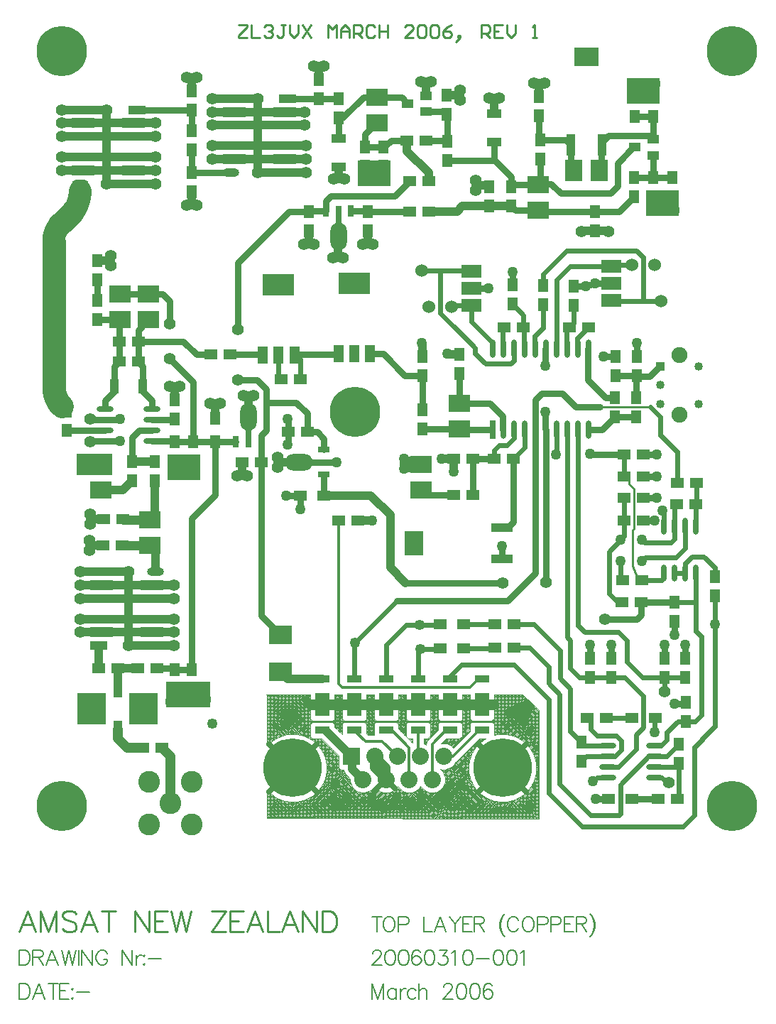
<source format=gtl>
%FSLAX24Y24*%
%MOIN*%
G70*
G01*
G75*
%ADD10C,0.0039*%
%ADD11C,0.1102*%
%ADD12C,0.1063*%
%ADD13C,0.0394*%
%ADD14R,0.0940X0.0590*%
%ADD15O,0.0256X0.0866*%
%ADD16R,0.0256X0.0866*%
%ADD17R,0.0827X0.0394*%
%ADD18R,0.0394X0.0827*%
%ADD19R,0.1083X0.0850*%
%ADD20R,0.0709X0.1102*%
%ADD21R,0.0709X0.0354*%
%ADD22R,0.0500X0.0600*%
%ADD23R,0.0709X0.0394*%
%ADD24R,0.1102X0.0472*%
%ADD25O,0.0787X0.0394*%
%ADD26R,0.0787X0.0394*%
%ADD27O,0.0800X0.0240*%
%ADD28R,0.0800X0.1000*%
%ADD29R,0.0551X0.0394*%
%ADD30R,0.1181X0.0906*%
%ADD31R,0.0394X0.0984*%
%ADD32O,0.0787X0.1299*%
%ADD33R,0.0315X0.0551*%
%ADD34R,0.0600X0.0500*%
%ADD35O,0.1299X0.0787*%
%ADD36R,0.0551X0.0315*%
%ADD37O,0.0787X0.1299*%
%ADD38R,0.0315X0.0551*%
%ADD39R,0.1000X0.0800*%
%ADD40R,0.0394X0.0709*%
%ADD41R,0.0984X0.0394*%
%ADD42R,0.0906X0.1181*%
%ADD43O,0.0240X0.0800*%
%ADD44C,0.0512*%
%ADD45C,0.0276*%
%ADD46C,0.0236*%
%ADD47C,0.0098*%
%ADD48C,0.0315*%
%ADD49C,0.0394*%
%ADD50C,0.0433*%
%ADD51C,0.0138*%
%ADD52C,0.0098*%
%ADD53C,0.0118*%
%ADD54C,0.0472*%
%ADD55C,0.0071*%
%ADD56C,0.0100*%
%ADD57R,0.0315X0.0827*%
%ADD58R,0.1378X0.0748*%
%ADD59R,0.1654X0.0984*%
%ADD60R,0.0827X0.0315*%
%ADD61R,0.0315X0.0827*%
%ADD62R,0.2087X0.1220*%
%ADD63R,0.1575X0.1220*%
%ADD64R,0.1575X0.1220*%
%ADD65R,0.1339X0.1496*%
%ADD66R,0.0500X0.0800*%
%ADD67R,0.1500X0.1000*%
%ADD68C,0.0500*%
%ADD69C,0.0600*%
%ADD70C,0.0750*%
%ADD71C,0.0400*%
%ADD72R,0.0400X0.0400*%
%ADD73C,0.1024*%
%ADD74R,0.0800X0.0800*%
%ADD75C,0.0800*%
%ADD76C,0.2750*%
%ADD77P,0.0500X8X0*%
%ADD78C,0.2362*%
%ADD79C,0.2362*%
%ADD80C,0.0551*%
%ADD81C,0.0512*%
D10*
X24262Y3751D02*
X24259Y3851D01*
X24250Y3950D01*
X24234Y4049D01*
X24212Y4146D01*
X24185Y4242D01*
X24151Y4336D01*
X24111Y4428D01*
X24066Y4517D01*
X24015Y4602D01*
X23959Y4685D01*
X23898Y4764D01*
X23833Y4839D01*
X23762Y4910D01*
X23687Y4976D01*
X23609Y5037D01*
X23526Y5093D01*
X23441Y5144D01*
X23352Y5190D01*
X23260Y5230D01*
X23166Y5264D01*
X23071Y5292D01*
X22973Y5314D01*
X22875Y5330D01*
X22776Y5339D01*
X22676Y5343D01*
X22576Y5340D01*
X22477Y5331D01*
X22378Y5316D01*
X22281Y5294D01*
X21868Y5126D02*
X21783Y5073D01*
X21703Y5015D01*
X21626Y4952D01*
X21553Y4884D01*
X21484Y4812D01*
X21420Y4736D01*
X21361Y4656D01*
X21308Y4573D01*
X21259Y4486D01*
X21216Y4397D01*
X21178Y4305D01*
X21147Y4211D01*
X21121Y4115D01*
X21101Y4017D01*
X21088Y3919D01*
X21080Y3820D01*
X21079Y3720D01*
X21084Y3621D01*
X21096Y3522D01*
X21113Y3425D01*
X21136Y3328D01*
X21166Y3233D01*
X21201Y3140D01*
X21242Y3050D01*
X21289Y2962D01*
X21341Y2877D01*
X21398Y2796D01*
X21460Y2718D01*
X21527Y2645D01*
X21598Y2576D01*
X21673Y2511D01*
X21753Y2451D01*
X21836Y2396D01*
X21922Y2347D01*
X22011Y2303D01*
X22103Y2265D01*
X22196Y2232D01*
X22292Y2205D01*
X22389Y2185D01*
X22488Y2170D01*
X22587Y2162D01*
X22686Y2160D01*
X22785Y2164D01*
X22884Y2174D01*
X22982Y2191D01*
X23079Y2213D01*
X23174Y2242D01*
X23267Y2276D01*
X23358Y2316D01*
X23447Y2362D01*
X23532Y2413D01*
X23614Y2469D01*
X23692Y2531D01*
X23766Y2597D01*
X23836Y2667D01*
X23901Y2742D01*
X23962Y2821D01*
X24017Y2903D01*
X24068Y2989D01*
X24112Y3078D01*
X24152Y3169D01*
X24185Y3262D01*
X24213Y3358D01*
X24234Y3455D01*
X24250Y3553D01*
X24259Y3652D01*
X24262Y3751D01*
X20473Y4038D02*
X20559Y4096D01*
X20473Y4038D02*
X20559Y4096D01*
X19176Y5075D02*
X19116Y4986D01*
X19095Y4881D01*
X19176Y5075D02*
X19116Y4986D01*
X19095Y4881D01*
X20377Y4694D02*
X20309Y4762D01*
X20232Y4817D01*
X20147Y4861D01*
X20056Y4890D01*
X19962Y4906D01*
X19866Y4906D01*
X19772Y4892D01*
X19095Y4848D02*
X18986Y4888D01*
X19752Y3695D02*
X19847Y3678D01*
X19943Y3676D01*
X20039Y3688D01*
X20131Y3716D01*
X20218Y3757D01*
X20297Y3811D01*
X20368Y3877D01*
X20426Y3954D01*
X20473Y4038D01*
X19987Y3211D02*
X19980Y3304D01*
X19959Y3394D01*
X19925Y3480D01*
X19879Y3561D01*
X19821Y3633D01*
X19752Y3695D01*
X18831Y2914D02*
X18887Y2829D01*
X18956Y2755D01*
X19037Y2693D01*
X19126Y2645D01*
X19222Y2613D01*
X19323Y2597D01*
X19424Y2597D01*
X19524Y2614D01*
X19620Y2648D01*
X19709Y2696D01*
X19789Y2759D01*
X19858Y2834D01*
X19913Y2919D01*
X19954Y3012D01*
X19979Y3110D01*
X19987Y3211D01*
X17211Y3994D02*
X17280Y3893D01*
X17369Y3807D01*
X17052D02*
X17141Y3893D01*
X17211Y3994D01*
X17369Y3807D02*
X17264Y3826D01*
X17157D01*
X17052Y3807D01*
X16512Y3695D02*
X16617Y3677D01*
X16724D01*
X16829Y3695D01*
X16740Y3610D01*
X16671Y3509D01*
X17751Y2914D02*
X17806Y2830D01*
X17875Y2756D01*
X17955Y2694D01*
X18045Y2646D01*
X18140Y2613D01*
X18240Y2597D01*
X18341D01*
X18441Y2613D01*
X18537Y2646D01*
X18626Y2694D01*
X18706Y2756D01*
X18775Y2830D01*
X18831Y2914D01*
X16671Y2914D02*
X16726Y2830D01*
X16795Y2756D01*
X16875Y2694D01*
X16965Y2646D01*
X17060Y2613D01*
X17160Y2597D01*
X17261D01*
X17361Y2613D01*
X17457Y2646D01*
X17546Y2694D01*
X17626Y2756D01*
X17695Y2830D01*
X17751Y2914D01*
X16671Y3509D02*
X16601Y3610D01*
X16512Y3695D01*
X15218Y3675D02*
X15238Y3581D01*
X15279Y3494D01*
X15338Y3419D01*
X15218Y3675D02*
X15238Y3581D01*
X15278Y3495D01*
X15338Y3420D01*
X15515Y3242D02*
X15518Y3145D01*
X15536Y3049D01*
X15569Y2958D01*
X15616Y2872D01*
X15675Y2796D01*
X15747Y2729D01*
X15827Y2675D01*
X15916Y2633D01*
X16009Y2607D01*
X16106Y2595D01*
X16203Y2599D01*
X16299Y2618D01*
X16390Y2652D01*
X16475Y2700D01*
X16551Y2761D01*
X16617Y2832D01*
X16671Y2914D01*
X14422Y3751D02*
X14419Y3851D01*
X14410Y3950D01*
X14394Y4048D01*
X14373Y4145D01*
X14345Y4240D01*
X14312Y4334D01*
X14272Y4425D01*
X14228Y4514D01*
X14177Y4599D01*
X14122Y4682D01*
X14061Y4760D01*
X13996Y4835D01*
X13926Y4906D01*
X13852Y4972D01*
X13774Y5033D01*
X13692Y5090D01*
X13607Y5141D01*
X13518Y5187D01*
X13428Y5227D01*
X13334Y5261D01*
X13239Y5290D01*
X13142Y5312D01*
X13044Y5328D01*
X12946Y5339D01*
X12846Y5343D01*
X12747Y5341D01*
X12648Y5332D01*
X12550Y5318D01*
X12452Y5297D01*
X12357Y5271D01*
X12263Y5238D01*
X12171Y5200D01*
X12082Y5156D01*
X11996Y5106D01*
X11913Y5052D01*
X11834Y4992D01*
X11758Y4927D01*
X11687Y4858D01*
X11620Y4785D01*
Y2718D02*
X11687Y2645D01*
X11758Y2575D01*
X11834Y2511D01*
X11913Y2451D01*
X11996Y2396D01*
X12082Y2347D01*
X12171Y2303D01*
X12263Y2265D01*
X12357Y2232D01*
X12452Y2205D01*
X12550Y2185D01*
X12648Y2170D01*
X12747Y2162D01*
X12846Y2160D01*
X12946Y2164D01*
X13044Y2174D01*
X13142Y2191D01*
X13239Y2213D01*
X13334Y2242D01*
X13427Y2276D01*
X13518Y2316D01*
X13607Y2362D01*
X13692Y2413D01*
X13774Y2469D01*
X13852Y2531D01*
X13926Y2597D01*
X13996Y2667D01*
X14061Y2742D01*
X14122Y2821D01*
X14177Y2903D01*
X14228Y2989D01*
X14272Y3078D01*
X14312Y3169D01*
X14345Y3263D01*
X14373Y3358D01*
X14394Y3455D01*
X14410Y3553D01*
X14419Y3652D01*
X14422Y3751D01*
X23622Y7205D02*
X24370Y6457D01*
X23573Y7205D02*
X24370Y6408D01*
X23517Y7205D02*
X24370Y6352D01*
X23462Y7205D02*
X24370Y6296D01*
X23406Y7205D02*
X24370Y6241D01*
X23350Y7205D02*
X24370Y6185D01*
X23295Y7205D02*
X24370Y6129D01*
X23239Y7205D02*
X24370Y6074D01*
X23183Y7205D02*
X24370Y6018D01*
X23128Y7205D02*
X24370Y5962D01*
X23072Y7205D02*
X24370Y5907D01*
X23016Y7204D02*
X24370Y5851D01*
X22281Y7204D02*
X23622Y7205D01*
X22281Y5856D02*
X23626Y7201D01*
X22961Y7204D02*
X24370Y5795D01*
X22281Y6023D02*
X23463Y7205D01*
X22281Y6079D02*
X23407Y7205D01*
X22281Y5912D02*
X23574Y7205D01*
X22281Y5967D02*
X23518Y7205D01*
X22281Y6246D02*
X23240Y7205D01*
X22281Y6301D02*
X23184Y7205D01*
X22281Y6134D02*
X23351Y7205D01*
X22281Y6190D02*
X23295Y7205D01*
X22281Y6468D02*
X23017Y7204D01*
X22281Y6524D02*
X22961Y7204D01*
X22281Y6357D02*
X23128Y7205D01*
X22281Y6413D02*
X23073Y7205D01*
X22281Y6635D02*
X22850Y7204D01*
X22281Y6691D02*
X22794Y7204D01*
X22281Y6580D02*
X22906Y7204D01*
X22905D02*
X24370Y5739D01*
X22849Y7204D02*
X24370Y5684D01*
X22794Y7204D02*
X24370Y5628D01*
X22738Y7204D02*
X24370Y5572D01*
X22682Y7204D02*
X24370Y5517D01*
X22627Y7204D02*
X24370Y5461D01*
X22571Y7204D02*
X24370Y5405D01*
X22516Y7204D02*
X24370Y5350D01*
X23144Y5271D02*
X24350Y6477D01*
X23101Y5284D02*
X24322Y6505D01*
X22460Y7204D02*
X24370Y5294D01*
X23186Y5257D02*
X24370Y6442D01*
X22404Y7204D02*
X24370Y5238D01*
X22349Y7204D02*
X24370Y5183D01*
X22293Y7204D02*
X24370Y5127D01*
X22714Y5342D02*
X24099Y6728D01*
X22659Y5343D02*
X24071Y6755D01*
X22601Y5341D02*
X24043Y6783D01*
X22542Y5338D02*
X24016Y6811D01*
X22480Y5331D02*
X23988Y6839D01*
X22415Y5322D02*
X23960Y6867D01*
X22347Y5310D02*
X23932Y6895D01*
X23011Y5306D02*
X24266Y6561D01*
X22965Y5315D02*
X24238Y6588D01*
X23057Y5295D02*
X24294Y6533D01*
X22918Y5324D02*
X24210Y6616D01*
X22869Y5330D02*
X24183Y6644D01*
X22819Y5336D02*
X24155Y6672D01*
X22767Y5340D02*
X24127Y6700D01*
X22281Y6858D02*
X22627Y7204D01*
X22281Y6914D02*
X22571Y7204D01*
X22281Y6747D02*
X22738Y7204D01*
X22281Y6802D02*
X22683Y7204D01*
X22281Y7081D02*
X22404Y7204D01*
X22281Y7137D02*
X22349Y7204D01*
X22281Y6969D02*
X22516Y7204D01*
X22281Y7025D02*
X22460Y7204D01*
X21068Y7204D02*
X21139Y7133D01*
X21013Y7204D02*
X21139Y7077D01*
X20957Y7204D02*
X21139Y7022D01*
X20902Y7204D02*
X21139Y6966D01*
X20781Y7204D02*
X21139Y7204D01*
X20846Y7204D02*
X21139Y6910D01*
X20790Y7204D02*
X21139Y6855D01*
X20781Y6861D02*
X21123Y7204D01*
X20781Y6917D02*
X21067Y7204D01*
X20781Y6806D02*
X21139Y7164D01*
X20781Y7157D02*
X21139Y6799D01*
X20781Y6750D02*
X21139Y7108D01*
X20781Y7102D02*
X21139Y6743D01*
X20781Y6694D02*
X21139Y7053D01*
X20781Y7046D02*
X21139Y6688D01*
X20781Y6639D02*
X21139Y6997D01*
X20781Y6990D02*
X21139Y6632D01*
X20781Y6583D02*
X21139Y6941D01*
X20781Y6935D02*
X21139Y6576D01*
X20781Y6527D02*
X21139Y6886D01*
X20781Y6879D02*
X21139Y6521D01*
X22281Y5800D02*
X23654Y7173D01*
X22281Y5952D02*
Y7204D01*
Y7161D02*
X24370Y5071D01*
X22281Y5745D02*
X23682Y7145D01*
X22281Y5633D02*
X23737Y7090D01*
X22281Y5689D02*
X23709Y7117D01*
X22281Y5522D02*
X23793Y7034D01*
X22281Y5578D02*
X23765Y7062D01*
X22281Y5411D02*
X23849Y6978D01*
X22281Y5466D02*
X23821Y7006D01*
X22281Y5355D02*
X23876Y6950D01*
X22281Y5299D02*
X23904Y6923D01*
X20781Y6472D02*
X21139Y6830D01*
X20781Y6823D02*
X21139Y6465D01*
X20781Y6416D02*
X21139Y6774D01*
X20781Y6768D02*
X21139Y6409D01*
Y5952D02*
Y7204D01*
X20781Y6360D02*
X21139Y6719D01*
X20781Y6712D02*
X21139Y6354D01*
X20781Y6305D02*
X21139Y6663D01*
X20781Y6656D02*
X21139Y6298D01*
X20781Y6249D02*
X21139Y6607D01*
X20781Y6600D02*
X21139Y6242D01*
X20781Y6193D02*
X21139Y6552D01*
X20781Y6545D02*
X21139Y6187D01*
X20781Y6138D02*
X21139Y6496D01*
X20781Y6489D02*
X21139Y6131D01*
X22210Y5952D02*
X22281Y6023D01*
X22155Y5952D02*
X22281Y6079D01*
X22226Y5913D02*
X22266Y5952D01*
X22209D02*
X22248Y5913D01*
X22171D02*
X22210Y5952D01*
X22153D02*
X22192Y5913D01*
X22115D02*
X22155Y5952D01*
X22097D02*
X22137Y5913D01*
X22281Y5880D02*
X22826Y5335D01*
X22281Y5824D02*
X22765Y5340D01*
X22281Y5769D02*
X22707Y5342D01*
X22281Y5713D02*
X22651Y5343D01*
X22248Y5913D02*
X22281Y5880D01*
X22192Y5913D02*
X22281Y5824D01*
Y5657D02*
X22597Y5341D01*
X22059Y5913D02*
X22099Y5952D01*
X22042D02*
X22081Y5913D01*
X22004D02*
X22043Y5952D01*
X21986D02*
X22025Y5913D01*
X21948D02*
X21987Y5952D01*
X21930D02*
X21970Y5913D01*
X21892D02*
X21932Y5952D01*
X21874D02*
X21914Y5913D01*
X21837D02*
X21876Y5952D01*
X21819D02*
X21858Y5913D01*
X21781D02*
X21820Y5952D01*
X21763D02*
X21802Y5913D01*
X21725D02*
X21765Y5952D01*
X21707D02*
X21747Y5913D01*
X21670D02*
X21709Y5952D01*
X23306Y5211D02*
X24370Y6275D01*
X23267Y5227D02*
X24370Y6330D01*
X23344Y5193D02*
X24370Y6219D01*
X23382Y5175D02*
X24370Y6163D01*
X23227Y5243D02*
X24370Y6386D01*
X22281Y6214D02*
X23269Y5226D01*
X22281Y6325D02*
X23491Y5115D01*
X22281Y6270D02*
X23369Y5181D01*
X23490Y5116D02*
X24370Y5996D01*
X23454Y5136D02*
X24370Y6052D01*
X23524Y5095D02*
X24370Y5941D01*
X23558Y5073D02*
X24370Y5885D01*
X22281Y6158D02*
X23180Y5259D01*
X22281Y6103D02*
X23100Y5284D01*
X23418Y5156D02*
X24370Y6108D01*
X22281Y6047D02*
X23025Y5303D01*
X22281Y5602D02*
X22545Y5338D01*
X22281Y5991D02*
X22955Y5317D01*
X22281Y5294D02*
Y5913D01*
Y5546D02*
X22494Y5333D01*
X22281Y5490D02*
X22444Y5327D01*
X22264Y5952D02*
X22889Y5328D01*
X22281Y5435D02*
X22396Y5319D01*
X22281Y5379D02*
X22350Y5310D01*
X22281Y5323D02*
X22304Y5300D01*
X21810Y5126D02*
X21832Y5104D01*
X21760Y5057D02*
X21829Y5126D01*
X21755D02*
X21798Y5082D01*
X21699Y5126D02*
X21765Y5060D01*
X21652Y5952D02*
X21691Y5913D01*
X21614D02*
X21653Y5952D01*
X21596D02*
X21635Y5913D01*
X21558D02*
X21598Y5952D01*
X21139D02*
X22281D01*
X21540D02*
X21580Y5913D01*
X21503D02*
X21542Y5952D01*
X21485D02*
X21524Y5913D01*
X21447D02*
X21486Y5952D01*
X21429D02*
X21468Y5913D01*
X21391D02*
X21431Y5952D01*
X21373D02*
X21413Y5913D01*
X21336D02*
X21375Y5952D01*
X21318D02*
X21357Y5913D01*
X21139D02*
X22281D01*
X20781Y6082D02*
X21139Y6440D01*
X20781Y6433D02*
X21139Y6075D01*
X21262Y5952D01*
X20781Y6026D02*
X21139Y6385D01*
X20781Y6378D02*
X21139Y6019D01*
X20781Y5971D02*
X21139Y6329D01*
X20781Y6322D02*
X21139Y5964D01*
X21280Y5913D02*
X21319Y5952D01*
X21262D02*
X21301Y5913D01*
X21224D02*
X21264Y5952D01*
X21206D02*
X21246Y5913D01*
X21139Y6019D02*
X21206Y5952D01*
X21169Y5913D02*
X21208Y5952D01*
X21151D02*
X21190Y5913D01*
X20779D02*
X21139Y6273D01*
X20781Y6266D02*
X21139Y5908D01*
X20781Y5859D02*
X21139Y6218D01*
X20781Y6211D02*
X21139Y5852D01*
X20781Y5804D02*
X21139Y6162D01*
X20781Y6155D02*
X21139Y5797D01*
X20781Y5748D02*
X21139Y6106D01*
X20781Y6099D02*
X21139Y5741D01*
Y5828D02*
X21224Y5913D01*
X21139Y5883D02*
X21169Y5913D01*
X21588Y5126D02*
X21868D01*
X20781Y5692D02*
X21139Y6050D01*
X20781Y6044D02*
X21139Y5685D01*
X20781Y5637D02*
X21139Y5995D01*
X20781Y5988D02*
X21139Y5630D01*
X20781Y5581D02*
X21152Y5952D01*
X20781Y5525D02*
X21139Y5883D01*
X20781Y5877D02*
X21139Y5518D01*
Y5456D02*
Y5913D01*
X20761Y5952D02*
X21139Y5574D01*
X20781Y5469D02*
X21139Y5828D01*
X20781Y5821D02*
X21139Y5463D01*
X20781Y5414D02*
X21139Y5772D01*
X20781Y5765D02*
X21115Y5432D01*
X20781Y5358D02*
X21139Y5716D01*
X20781Y5302D02*
X21139Y5661D01*
X20781Y5247D02*
X21139Y5605D01*
X20781Y5191D02*
X21139Y5549D01*
X20781Y5135D02*
X21139Y5494D01*
X20781Y7084D02*
X20900Y7204D01*
X20781Y7140D02*
X20845Y7204D01*
X20781Y6973D02*
X21012Y7204D01*
X20781Y7028D02*
X20956Y7204D01*
X20781Y5952D02*
Y7204D01*
X20707Y5952D02*
X20781Y6026D01*
X20723Y5913D02*
X20763Y5952D01*
X20705D02*
X20745Y5913D01*
X20668D02*
X20707Y5952D01*
X20650D02*
X20689Y5913D01*
X19639Y5952D02*
X20781D01*
X20612Y5913D02*
X20651Y5952D01*
X20594D02*
X20633Y5913D01*
X19566Y7203D02*
X19639Y7130D01*
X19510Y7203D02*
X19639Y7074D01*
X19454Y7203D02*
X19639Y7018D01*
Y5952D02*
Y7203D01*
X19281Y7203D02*
X19639Y7203D01*
X19399Y7203D02*
X19639Y6963D01*
X19343Y7203D02*
X19639Y6907D01*
X19287Y7203D02*
X19639Y6851D01*
X19281Y6865D02*
X19619Y7203D01*
X19281Y6920D02*
X19564Y7203D01*
X19639Y6072D02*
X19759Y5952D01*
X19639Y6016D02*
X19703Y5952D01*
X19281Y7032D02*
X19452Y7203D01*
X19281Y7087D02*
X19396Y7203D01*
X19281Y6976D02*
X19508Y7203D01*
X20556Y5913D02*
X20596Y5952D01*
X20538D02*
X20578Y5913D01*
X20500D02*
X20540Y5952D01*
X20483D02*
X20522Y5913D01*
X20445D02*
X20484Y5952D01*
X20427D02*
X20466Y5913D01*
X20389D02*
X20428Y5952D01*
X20371D02*
X20411Y5913D01*
X20333D02*
X20373Y5952D01*
X20315D02*
X20355Y5913D01*
X20278D02*
X20317Y5952D01*
X20260D02*
X20299Y5913D01*
X20222D02*
X20261Y5952D01*
X20204D02*
X20244Y5913D01*
X20166D02*
X20206Y5952D01*
X20148D02*
X20188Y5913D01*
X20111D02*
X20150Y5952D01*
X20093D02*
X20132Y5913D01*
X20055D02*
X20094Y5952D01*
X20037D02*
X20076Y5913D01*
X19999D02*
X20039Y5952D01*
X19981D02*
X20021Y5913D01*
X19944D02*
X19983Y5952D01*
X19926D02*
X19965Y5913D01*
X19888D02*
X19927Y5952D01*
X19870D02*
X19909Y5913D01*
X19832D02*
X19872Y5952D01*
X19814D02*
X19854Y5913D01*
X19777D02*
X19816Y5952D01*
X19281Y6809D02*
X19639Y7167D01*
X19281Y7154D02*
X19639Y6796D01*
X19281Y6753D02*
X19639Y7112D01*
X19281Y7098D02*
X19639Y6740D01*
X19281Y6698D02*
X19639Y7056D01*
X19281Y7043D02*
X19639Y6684D01*
X19281Y6642D02*
X19639Y7000D01*
X19281Y6987D02*
X19639Y6629D01*
X19281Y6586D02*
X19639Y6945D01*
X19281Y6931D02*
X19639Y6573D01*
X19281Y6531D02*
X19639Y6889D01*
X19281Y6876D02*
X19639Y6517D01*
X19281Y6475D02*
X19639Y6833D01*
X19281Y6820D02*
X19639Y6462D01*
X19281Y6419D02*
X19639Y6778D01*
X19281Y7143D02*
X19341Y7203D01*
X18063Y7203D02*
X18139Y7127D01*
X18007Y7203D02*
X18139Y7071D01*
X17952Y7203D02*
X18139Y7015D01*
X17896Y7202D02*
X18139Y6959D01*
X17840Y7202D02*
X18139Y6904D01*
X19281Y6764D02*
X19639Y6406D01*
X19281Y6364D02*
X19639Y6722D01*
X19281Y6709D02*
X19639Y6350D01*
X19281Y6308D02*
X19639Y6666D01*
X19281Y6653D02*
X19639Y6295D01*
X19281Y6252D02*
X19639Y6611D01*
X19281Y6597D02*
X19639Y6239D01*
X19281Y6197D02*
X19639Y6555D01*
X19281Y6541D02*
X19639Y6183D01*
X19281Y6141D02*
X19639Y6499D01*
X19281Y6486D02*
X19639Y6128D01*
X19281Y6085D02*
X19639Y6444D01*
X19281Y6430D02*
X19639Y6072D01*
X19281Y6030D02*
X19639Y6388D01*
X19281Y6375D02*
X19639Y6016D01*
X19281Y5974D02*
X19639Y6332D01*
X19281Y6319D02*
X19639Y5961D01*
X19276Y5913D02*
X19639Y6276D01*
X19281Y6263D02*
X19639Y5905D01*
X19281Y5863D02*
X19639Y6221D01*
X19281Y6208D02*
X19639Y5849D01*
X19281Y5807D02*
X19639Y6165D01*
X19281Y5952D02*
Y7203D01*
Y6152D02*
X19639Y5794D01*
X19281Y5751D02*
X19639Y6109D01*
X19281Y6096D02*
X19639Y5738D01*
X18139Y5952D02*
Y7203D01*
X19281Y5696D02*
X19639Y6054D01*
X19281Y6040D02*
X19639Y5682D01*
X19259Y5952D02*
X19281Y5974D01*
Y5640D02*
X19639Y5998D01*
X19281Y5985D02*
X19639Y5627D01*
X19204Y5952D02*
X19281Y6030D01*
X18139Y6069D02*
X18255Y5952D01*
X18139Y6013D02*
X18200Y5952D01*
X19759D02*
X19798Y5913D01*
X19721D02*
X19760Y5952D01*
X19703D02*
X19742Y5913D01*
X19665D02*
X19705Y5952D01*
X19639Y5913D02*
X20781D01*
X19647Y5952D02*
X19687Y5913D01*
X19281Y5584D02*
X19649Y5952D01*
X19258D02*
X19639Y5571D01*
X20745Y5913D02*
X20781Y5877D01*
X20689Y5913D02*
X20781Y5821D01*
Y5710D02*
X21087Y5404D01*
X20781Y5654D02*
X21059Y5376D01*
X19639Y5831D02*
X19721Y5913D01*
X19639Y5887D02*
X19665Y5913D01*
X19639Y5539D02*
Y5913D01*
X19241D02*
X19281Y5873D01*
X19220Y5913D02*
X19259Y5952D01*
X19281Y5528D02*
X19639Y5887D01*
X19281Y5873D02*
X19627Y5527D01*
X19202Y5952D02*
X19241Y5913D01*
X19164D02*
X19204Y5952D01*
X19186Y5913D02*
X19281Y5818D01*
Y5473D02*
X19639Y5831D01*
X19281Y5818D02*
X19599Y5499D01*
X19281Y5417D02*
X19639Y5775D01*
X19281Y5762D02*
X19572Y5471D01*
X19281Y5706D02*
X19544Y5444D01*
X19281Y5651D02*
X19516Y5416D01*
X19281Y5361D02*
X19639Y5720D01*
X20781Y5598D02*
X21031Y5348D01*
X20781Y5543D02*
X21003Y5320D01*
X20781Y5487D02*
X20975Y5292D01*
X20781Y5126D02*
Y5913D01*
Y5431D02*
X20948Y5265D01*
X19281Y5306D02*
X19639Y5664D01*
X20781Y5376D02*
X20920Y5237D01*
X20781Y5320D02*
X20892Y5209D01*
X20781Y5264D02*
X20864Y5181D01*
X20781Y5209D02*
X20836Y5153D01*
X20781Y5153D02*
X20808Y5125D01*
X20753Y5126D02*
X20780Y5098D01*
X20715Y5126D02*
X20781Y5191D01*
X20660Y5126D02*
X20781Y5247D01*
X20005Y5126D02*
X20781D01*
X19281Y5250D02*
X19639Y5608D01*
X19281Y5595D02*
X19488Y5388D01*
X19281Y5194D02*
X19639Y5553D01*
X19281Y5181D02*
Y5913D01*
Y5539D02*
X19460Y5360D01*
X19281Y5484D02*
X19432Y5332D01*
X19281Y5181D02*
X19639Y5539D01*
X19281Y5428D02*
X19405Y5304D01*
X19281Y5372D02*
X19377Y5276D01*
X19281Y5317D02*
X19349Y5249D01*
X19281Y5261D02*
X19321Y5221D01*
X19226Y5126D02*
X19281Y5181D01*
X19212Y5126D02*
X19281Y5194D01*
X19156Y5126D02*
X19281Y5250D01*
X19146Y5952D02*
X19186Y5913D01*
X19109D02*
X19148Y5952D01*
X19091D02*
X19130Y5913D01*
X19053D02*
X19092Y5952D01*
X18139D02*
X19281D01*
X19035D02*
X19074Y5913D01*
X18997D02*
X19037Y5952D01*
X18979D02*
X19019Y5913D01*
X18941D02*
X18981Y5952D01*
X18924D02*
X18963Y5913D01*
X18886D02*
X18925Y5952D01*
X18868D02*
X18907Y5913D01*
X18830D02*
X18870Y5952D01*
X18812D02*
X18852Y5913D01*
X18774D02*
X18814Y5952D01*
X18757D02*
X18796Y5913D01*
X18719D02*
X18758Y5952D01*
X18701D02*
X18740Y5913D01*
X18663D02*
X18702Y5952D01*
X18645D02*
X18685Y5913D01*
X18607D02*
X18647Y5952D01*
X18590D02*
X18629Y5913D01*
X18552D02*
X18591Y5952D01*
X18534D02*
X18573Y5913D01*
X18496D02*
X18535Y5952D01*
X18478D02*
X18518Y5913D01*
X18440D02*
X18480Y5952D01*
X18423D02*
X18462Y5913D01*
X18385D02*
X18424Y5952D01*
X18367D02*
X18406Y5913D01*
X18329D02*
X18368Y5952D01*
X18311D02*
X18351Y5913D01*
X18273D02*
X18313Y5952D01*
X18255D02*
X18295Y5913D01*
X18218D02*
X18257Y5952D01*
X18200D02*
X18239Y5913D01*
X18162D02*
X18201Y5952D01*
X18986Y5126D02*
X19226D01*
X18144Y5952D02*
X18184Y5913D01*
X18254Y5126D02*
X18434D01*
X18288Y5092D02*
X18321Y5126D01*
X18139Y5913D02*
X19281D01*
X18139Y5834D02*
X18218Y5913D01*
X18139Y5241D02*
X18254Y5126D01*
X18139Y5890D02*
X18162Y5913D01*
X17898Y5482D02*
X18139Y5723D01*
X17926Y5454D02*
X18139Y5667D01*
Y5241D02*
Y5913D01*
X17814Y5565D02*
X18139Y5890D01*
X17842Y5537D02*
X18139Y5834D01*
X17870Y5510D02*
X18139Y5779D01*
X18009Y5370D02*
X18139Y5500D01*
X18037Y5343D02*
X18139Y5445D01*
X18065Y5315D02*
X18139Y5389D01*
X18093Y5287D02*
X18139Y5333D01*
X17954Y5426D02*
X18139Y5612D01*
X17981Y5398D02*
X18139Y5556D01*
X17781Y5647D02*
X18139Y5289D01*
X24083Y4485D02*
X24370Y4771D01*
X24102Y4448D02*
X24370Y4716D01*
X24120Y4410D02*
X24370Y4660D01*
X24137Y4371D02*
X24370Y4604D01*
X23978Y4658D02*
X24370Y5050D01*
X24023Y4591D02*
X24370Y4939D01*
X24044Y4556D02*
X24370Y4883D01*
X24064Y4521D02*
X24370Y4827D01*
X24168Y4291D02*
X24370Y4493D01*
X24182Y4249D02*
X24370Y4437D01*
X24195Y4207D02*
X24370Y4382D01*
X24208Y4164D02*
X24370Y4326D01*
X24153Y4331D02*
X24370Y4549D01*
X24034Y4572D02*
X24370Y4236D01*
X24100Y4450D02*
X24370Y4180D01*
X24219Y4119D02*
X24370Y4270D01*
X24229Y4074D02*
X24370Y4215D01*
X24238Y4027D02*
X24370Y4159D01*
X24246Y3979D02*
X24370Y4103D01*
X24145Y4349D02*
X24370Y4125D01*
X24178Y4261D02*
X24370Y4069D01*
X24203Y4180D02*
X24370Y4013D01*
X24222Y4106D02*
X24370Y3958D01*
X24252Y3930D02*
X24370Y4048D01*
X24257Y3879D02*
X24370Y3992D01*
X24260Y3827D02*
X24370Y3936D01*
X24255Y3906D02*
X24370Y3791D01*
X24236Y4036D02*
X24370Y3902D01*
X24247Y3969D02*
X24370Y3846D01*
X24262Y3773D02*
X24370Y3881D01*
X24262Y3717D02*
X24370Y3825D01*
X24259Y3846D02*
X24370Y3735D01*
X24259Y3659D02*
X24370Y3769D01*
X24262Y3788D02*
X24370Y3679D01*
X24262Y3732D02*
X24370Y3624D01*
X24255Y3598D02*
X24370Y3714D01*
X24260Y3678D02*
X24370Y3568D01*
X24247Y3535D02*
X24370Y3658D01*
X24257Y3625D02*
X24370Y3512D01*
X24237Y3469D02*
X24370Y3602D01*
X24252Y3575D02*
X24370Y3457D01*
X24223Y3399D02*
X24370Y3547D01*
X24246Y3525D02*
X24370Y3401D01*
X24238Y3477D02*
X24370Y3345D01*
X24204Y3325D02*
X24370Y3491D01*
X24229Y3430D02*
X24370Y3290D01*
X24219Y3385D02*
X24370Y3234D01*
X24208Y3340D02*
X24370Y3178D01*
Y1378D02*
Y6457D01*
X24179Y3244D02*
X24370Y3435D01*
X24147Y3156D02*
X24370Y3380D01*
X24102Y3056D02*
X24370Y3324D01*
X24196Y3297D02*
X24370Y3123D01*
X24183Y3254D02*
X24370Y3067D01*
X24168Y3213D02*
X24370Y3011D01*
X24153Y3173D02*
X24370Y2956D01*
X24037Y2935D02*
X24370Y3268D01*
X24137Y3133D02*
X24370Y2900D01*
X24120Y3094D02*
X24370Y2844D01*
X23623Y5027D02*
X24370Y5774D01*
X23591Y5050D02*
X24370Y5829D01*
X23654Y5002D02*
X24370Y5718D01*
X23685Y4977D02*
X24370Y5662D01*
X22281Y7105D02*
X24370Y5016D01*
X22281Y7049D02*
X24370Y4960D01*
X22281Y6994D02*
X24370Y4904D01*
X22281Y6938D02*
X24370Y4849D01*
X23802Y4871D02*
X24370Y5440D01*
X23829Y4843D02*
X24370Y5384D01*
X23856Y4814D02*
X24370Y5328D01*
X23882Y4784D02*
X24370Y5273D01*
X23715Y4952D02*
X24370Y5607D01*
X23745Y4926D02*
X24370Y5551D01*
X23773Y4899D02*
X24370Y5495D01*
X22281Y6882D02*
X24370Y4793D01*
X22281Y6826D02*
X24370Y4737D01*
X22281Y6771D02*
X24370Y4682D01*
X22281Y6715D02*
X24370Y4626D01*
X22281Y6659D02*
X24370Y4570D01*
X22281Y6604D02*
X24370Y4515D01*
X22281Y6548D02*
X24370Y4459D01*
X23907Y4754D02*
X24370Y5217D01*
X23931Y4723D02*
X24370Y5161D01*
X23955Y4691D02*
X24370Y5106D01*
X24001Y4625D02*
X24370Y4994D01*
X22281Y6492D02*
X24370Y4403D01*
X22281Y6381D02*
X23681Y4981D01*
X22281Y6437D02*
X24370Y4348D01*
X23900Y4762D02*
X24370Y4292D01*
X20321Y3831D02*
X22773Y1379D01*
X23908Y2750D02*
X24370Y3213D01*
X22648Y1380D02*
X24370Y3101D01*
X22593Y1380D02*
X24370Y3157D01*
X20291Y3806D02*
X22717Y1380D01*
X20258Y3782D02*
X22661Y1380D01*
X20224Y3761D02*
X22605Y1380D01*
X20188Y3741D02*
X22550Y1380D01*
X20150Y3723D02*
X22494Y1380D01*
X20110Y3708D02*
X22438Y1380D01*
X20067Y3695D02*
X22383Y1380D01*
X20022Y3685D02*
X22327Y1380D01*
X19973Y3678D02*
X22271Y1380D01*
X19976Y3328D02*
X21773Y5126D01*
X19920Y3675D02*
X22215Y1380D01*
X19984Y3278D02*
X21881Y1380D01*
X19987Y3219D02*
X21825Y1380D01*
X19950Y3423D02*
X21992Y1380D01*
X19973Y3344D02*
X21937Y1380D01*
X19863Y3677D02*
X22160Y1380D01*
X19898Y3530D02*
X22048Y1380D01*
X19799Y3685D02*
X22104Y1380D01*
X24102Y3056D02*
X24370Y2789D01*
X24084Y3019D02*
X24370Y2733D01*
X24064Y2983D02*
X24370Y2677D01*
X24044Y2947D02*
X24370Y2622D01*
X24023Y2913D02*
X24370Y2566D01*
X24002Y2879D02*
X24370Y2510D01*
X23979Y2845D02*
X24370Y2454D01*
X23956Y2813D02*
X24370Y2399D01*
X23932Y2781D02*
X24370Y2343D01*
X23908Y2750D02*
X24370Y2287D01*
X23882Y2720D02*
X24370Y2232D01*
X23856Y2690D02*
X24370Y2176D01*
X23830Y2661D02*
X24370Y2120D01*
X23802Y2632D02*
X24370Y2065D01*
X23774Y2605D02*
X24370Y2009D01*
X23746Y2578D02*
X24370Y1953D01*
X23716Y2552D02*
X24370Y1898D01*
X23686Y2526D02*
X24370Y1842D01*
X23655Y2501D02*
X24370Y1786D01*
X23624Y2477D02*
X24370Y1731D01*
X23592Y2453D02*
X24370Y1675D01*
X23559Y2431D02*
X24370Y1619D01*
X23525Y2409D02*
X24370Y1564D01*
X24317Y1378D02*
X24370Y1431D01*
X24262Y1378D02*
X24370Y1487D01*
X24206Y1378D02*
X24370Y1542D01*
X23491Y2387D02*
X24370Y1508D01*
X23456Y2367D02*
X24370Y1452D01*
X23420Y2347D02*
X24370Y1397D01*
X23761Y1379D02*
X24370Y1988D01*
X23705Y1379D02*
X24370Y2043D01*
X23650Y1379D02*
X24370Y2099D01*
X23594Y1379D02*
X24370Y2155D01*
X23539Y1379D02*
X24370Y2210D01*
X23483Y1379D02*
X24370Y2266D01*
X23427Y1379D02*
X24370Y2322D01*
X23372Y1379D02*
X24370Y2377D01*
X24150Y1378D02*
X24370Y1598D01*
X24095Y1378D02*
X24370Y1654D01*
X24039Y1378D02*
X24370Y1709D01*
X23984Y1378D02*
X24370Y1765D01*
X23928Y1378D02*
X24370Y1821D01*
X23872Y1378D02*
X24370Y1876D01*
X23817Y1378D02*
X24370Y1932D01*
X23316Y1379D02*
X24370Y2433D01*
X23383Y2328D02*
X24333Y1378D01*
X23260Y1379D02*
X24370Y2489D01*
X23205Y1379D02*
X24370Y2544D01*
X23149Y1379D02*
X24370Y2600D01*
X23094Y1379D02*
X24370Y2656D01*
X23038Y1379D02*
X24370Y2711D01*
X23345Y2310D02*
X24277Y1378D01*
X23307Y2293D02*
X24222Y1378D01*
X23268Y2276D02*
X24166Y1378D01*
X23228Y2261D02*
X24110Y1378D01*
X23187Y2246D02*
X24054Y1378D01*
X23145Y2232D02*
X23999Y1378D01*
X23102Y2219D02*
X23943Y1378D01*
X22982Y1379D02*
X24370Y2767D01*
X23058Y2208D02*
X23887Y1378D01*
X22927Y1379D02*
X24370Y2823D01*
X22871Y1379D02*
X24370Y2878D01*
X22815Y1379D02*
X24370Y2934D01*
X22760Y1379D02*
X24370Y2990D01*
X22704Y1380D02*
X24370Y3045D01*
X22537Y1380D02*
X23672Y2514D01*
X23013Y2197D02*
X23832Y1378D01*
X22967Y2188D02*
X23776Y1379D01*
X22919Y2179D02*
X23720Y1379D01*
X22871Y2172D02*
X23664Y1379D01*
X22820Y2167D02*
X23609Y1379D01*
X22769Y2163D02*
X23553Y1379D01*
X22715Y2160D02*
X23497Y1379D01*
X22482Y1380D02*
X23487Y2385D01*
X22426Y1380D02*
X23366Y2320D01*
X22370Y1380D02*
X23266Y2275D01*
X22315Y1380D02*
X23178Y2243D01*
X22277Y2209D02*
X23107Y1379D01*
X22259Y1380D02*
X23097Y2218D01*
X22199Y2231D02*
X23051Y1379D01*
X22660Y2160D02*
X23441Y1379D01*
X22603Y2161D02*
X23386Y1379D01*
X22544Y2165D02*
X23330Y1379D01*
X22482Y2171D02*
X23274Y1379D01*
X22417Y2180D02*
X23218Y1379D01*
X22349Y2193D02*
X23163Y1379D01*
X22204Y1380D02*
X23023Y2199D01*
X22115Y2260D02*
X22996Y1379D01*
X22148Y1380D02*
X22953Y2185D01*
X22021Y2299D02*
X22940Y1379D01*
X22092Y1380D02*
X22887Y2175D01*
X21910Y2353D02*
X22884Y1379D01*
X21766Y2442D02*
X22828Y1379D01*
X21647Y1381D02*
X22443Y2176D01*
X21592Y1381D02*
X22395Y2184D01*
X22037Y1380D02*
X22824Y2167D01*
X21981Y1380D02*
X22763Y2163D01*
X21925Y1380D02*
X22705Y2160D01*
X21870Y1380D02*
X22649Y2160D01*
X21814Y1380D02*
X22595Y2162D01*
X21758Y1380D02*
X22543Y2165D01*
X21703Y1380D02*
X22492Y2170D01*
X21202Y1381D02*
X22091Y2269D01*
X21091Y1381D02*
X22012Y2302D01*
X21035Y1381D02*
X21974Y2320D01*
X20980Y1381D02*
X21937Y2339D01*
X20924Y1381D02*
X21901Y2358D01*
X20868Y1381D02*
X21866Y2378D01*
X20813Y1381D02*
X21831Y2399D01*
X21536Y1381D02*
X22348Y2193D01*
X21480Y1381D02*
X22303Y2203D01*
X21425Y1381D02*
X22258Y2214D01*
X21369Y1381D02*
X22215Y2226D01*
X21313Y1381D02*
X22172Y2240D01*
X21258Y1381D02*
X22131Y2254D01*
X21147Y1381D02*
X22051Y2285D01*
X21643Y5126D02*
X21732Y5037D01*
X21588Y5125D02*
X21700Y5013D01*
X21560Y5098D02*
X21669Y4988D01*
X21532Y5070D02*
X21639Y4963D01*
X21504Y5042D02*
X21609Y4937D01*
X21476Y5014D02*
X21580Y4911D01*
X21449Y4986D02*
X21552Y4883D01*
X21421Y4958D02*
X21524Y4855D01*
X21393Y4931D02*
X21497Y4826D01*
X21365Y4903D02*
X21471Y4797D01*
X21337Y4875D02*
X21445Y4767D01*
X21309Y4847D02*
X21420Y4736D01*
X21282Y4819D02*
X21396Y4705D01*
X21254Y4791D02*
X21373Y4672D01*
X21226Y4763D02*
X21350Y4640D01*
X20697Y5126D02*
X20753Y5070D01*
X20641Y5126D02*
X20725Y5042D01*
X20585Y5126D02*
X20697Y5014D01*
X20530Y5126D02*
X20669Y4986D01*
X20332Y4742D02*
X20715Y5126D01*
X20474D02*
X20641Y4958D01*
X20377Y4694D02*
X21139Y5456D01*
X20359Y4714D02*
X20771Y5126D01*
X20419D02*
X20614Y4931D01*
X20363Y5126D02*
X20586Y4903D01*
X20302Y4768D02*
X20660Y5126D01*
X20307D02*
X20558Y4875D01*
X20237Y4814D02*
X20548Y5126D01*
X20252D02*
X20530Y4847D01*
X20270Y4792D02*
X20604Y5126D01*
X21198Y4736D02*
X21328Y4606D01*
X21170Y4708D02*
X21307Y4571D01*
X21142Y4680D02*
X21286Y4536D01*
X21115Y4652D02*
X21266Y4500D01*
X21087Y4624D02*
X21247Y4464D01*
X21059Y4597D02*
X21229Y4426D01*
X20559Y4096D02*
X21588Y5126D01*
X20409Y3928D02*
X21606Y5126D01*
X21031Y4569D02*
X21212Y4388D01*
X21003Y4541D02*
X21195Y4349D01*
X20975Y4513D02*
X21180Y4309D01*
X20948Y4485D02*
X21165Y4268D01*
X20920Y4457D02*
X21151Y4226D01*
X20892Y4429D02*
X21139Y4183D01*
X20864Y4402D02*
X21127Y4139D01*
X20836Y4374D02*
X21116Y4094D01*
X20808Y4346D02*
X21107Y4047D01*
X20781Y4318D02*
X21099Y4000D01*
X20753Y4290D02*
X21092Y3951D01*
X20725Y4262D02*
X21086Y3901D01*
X20697Y4235D02*
X21082Y3850D01*
X20669Y4207D02*
X21080Y3796D01*
X20641Y4179D02*
X21079Y3741D01*
X20613Y4151D02*
X21080Y3684D01*
X20586Y4123D02*
X21084Y3625D01*
X20558Y4095D02*
X21090Y3563D01*
X20528Y4070D02*
X21099Y3498D01*
X19991Y4903D02*
X20214Y5126D01*
X19940Y4907D02*
X20159Y5126D01*
X20083Y4883D02*
X20326Y5126D01*
X20039Y4894D02*
X20270Y5126D01*
X19885Y4907D02*
X20103Y5126D01*
X19176Y5075D02*
X19226Y5126D01*
X19823Y4902D02*
X20047Y5126D01*
X19772Y4892D02*
X20005Y5126D01*
X19878Y4998D02*
X19971Y4905D01*
X19850Y4970D02*
X19912Y4908D01*
X19934Y5054D02*
X20114Y4873D01*
X19906Y5026D02*
X20037Y4895D01*
X19138Y5126D02*
X19182Y5082D01*
X19082Y5126D02*
X19155Y5053D01*
X19822Y4942D02*
X19859Y4906D01*
X19027Y5126D02*
X19133Y5020D01*
X18986Y5010D02*
X19101Y5126D01*
X18986Y4955D02*
X19156Y5126D01*
X18986Y5111D02*
X19114Y4982D01*
X18986Y5066D02*
X19045Y5126D01*
X18343Y5036D02*
X18432Y5126D01*
X18358D02*
X18434Y5050D01*
X18371Y5009D02*
X18434Y5072D01*
X18399Y4981D02*
X18434Y5016D01*
X18986Y5055D02*
X19101Y4939D01*
X18434Y4945D02*
Y5126D01*
X18303D02*
X18434Y4994D01*
X18316Y5064D02*
X18377Y5126D01*
X18254D02*
X18434Y4945D01*
X20202Y4835D02*
X20493Y5126D01*
X20165Y4853D02*
X20437Y5126D01*
X20196D02*
X20502Y4819D01*
X20140Y5126D02*
X20474Y4791D01*
X20084Y5126D02*
X20446Y4764D01*
X20029Y5126D02*
X20419Y4736D01*
X19965Y3373D02*
X21717Y5126D01*
X19952Y3416D02*
X21662Y5126D01*
X19983Y3280D02*
X21365Y4662D01*
X19987Y3228D02*
X21274Y4515D01*
X19986Y3171D02*
X21219Y4405D01*
X19978Y3108D02*
X21180Y4310D01*
X19961Y3035D02*
X21151Y4225D01*
X19926Y2945D02*
X21129Y4147D01*
X18421Y1384D02*
X21112Y4075D01*
X20125Y4869D02*
X20381Y5126D01*
X19989Y5109D02*
X20391Y4708D01*
X19961Y5082D02*
X20216Y4827D01*
X18986Y4899D02*
X19212Y5126D01*
X18986Y4888D02*
Y5126D01*
X19020Y4878D02*
X19109Y4967D01*
X19095Y4848D02*
Y4881D01*
X19061Y4863D02*
X19095Y4898D01*
X18986Y4999D02*
X19095Y4890D01*
X18986Y4944D02*
X19070Y4860D01*
X20349Y3858D02*
X21361Y2847D01*
X20376Y3887D02*
X21272Y2991D01*
X20368Y1382D02*
X21579Y2593D01*
X20312Y1382D02*
X21551Y2620D01*
X20257Y1382D02*
X21523Y2648D01*
X20201Y1382D02*
X21496Y2677D01*
X20145Y1382D02*
X21470Y2707D01*
X20090Y1382D02*
X21444Y2737D01*
X20757Y1381D02*
X21797Y2421D01*
X20702Y1381D02*
X21764Y2443D01*
X20646Y1381D02*
X21731Y2467D01*
X20590Y1382D02*
X21699Y2491D01*
X20535Y1382D02*
X21668Y2515D01*
X20479Y1382D02*
X21638Y2540D01*
X20423Y1382D02*
X21608Y2566D01*
X20465Y4021D02*
X21128Y3358D01*
X20494Y4048D02*
X21112Y3430D01*
X20424Y3951D02*
X21179Y3196D01*
X20446Y3985D02*
X21150Y3280D01*
X19937Y3456D02*
X20274Y3793D01*
X20401Y3918D02*
X21218Y3101D01*
X19877Y3563D02*
X19994Y3680D01*
X19853Y3595D02*
X19933Y3675D01*
X19919Y3494D02*
X20147Y3722D01*
X19899Y3529D02*
X20063Y3694D01*
X19827Y3625D02*
X19878Y3676D01*
X19800Y3654D02*
X19827Y3680D01*
X19985Y3165D02*
X21769Y1380D01*
X19979Y3115D02*
X21714Y1380D01*
X19970Y3068D02*
X21658Y1381D01*
X19958Y3025D02*
X21602Y1381D01*
X19944Y2984D02*
X21547Y1381D01*
X19927Y2945D02*
X21491Y1381D01*
X19907Y2908D02*
X21435Y1381D01*
X19756Y1382D02*
X21306Y2932D01*
X20034Y1382D02*
X21420Y2767D01*
X19978Y1382D02*
X21395Y2799D01*
X19923Y1382D02*
X21372Y2831D01*
X19886Y2874D02*
X21379Y1381D01*
X19867Y1382D02*
X21349Y2864D01*
X19863Y2841D02*
X21324Y1381D01*
X19812Y1382D02*
X21327Y2898D01*
X19839Y2810D02*
X21268Y1381D01*
X19812Y2781D02*
X21212Y1381D01*
X19700Y1382D02*
X21285Y2967D01*
X19784Y2754D02*
X21156Y1381D01*
X19645Y1382D02*
X21266Y3003D01*
X19589Y1382D02*
X21247Y3040D01*
X19533Y1383D02*
X21229Y3078D01*
X19754Y2728D02*
X21101Y1381D01*
X19722Y2704D02*
X21045Y1381D01*
X19688Y2683D02*
X20989Y1381D01*
X19652Y2663D02*
X20934Y1381D01*
X19614Y2645D02*
X20878Y1381D01*
X19574Y2629D02*
X20822Y1381D01*
X19532Y2616D02*
X20766Y1381D01*
X19088Y1383D02*
X21116Y3410D01*
X19033Y1383D02*
X21107Y3457D01*
X18977Y1383D02*
X21098Y3504D01*
X18922Y1383D02*
X21091Y3553D01*
X18866Y1383D02*
X21086Y3603D01*
X18810Y1383D02*
X21082Y3655D01*
X18755Y1383D02*
X21080Y3708D01*
X18699Y1383D02*
X21079Y3763D01*
X19478Y1383D02*
X21211Y3116D01*
X19422Y1383D02*
X21195Y3155D01*
X19367Y1383D02*
X21179Y3195D01*
X19311Y1383D02*
X21165Y3236D01*
X19255Y1383D02*
X21151Y3278D01*
X19200Y1383D02*
X21138Y3321D01*
X19144Y1383D02*
X21127Y3365D01*
X18815Y2887D02*
X20320Y1382D01*
X18793Y2854D02*
X20265Y1382D01*
X18769Y2822D02*
X20209Y1382D01*
X18743Y2792D02*
X20153Y1382D01*
X18715Y2764D02*
X20098Y1382D01*
X18686Y2738D02*
X20042Y1382D01*
X19486Y2606D02*
X20711Y1381D01*
X19438Y2598D02*
X20655Y1381D01*
X19386Y2595D02*
X20599Y1382D01*
X19329Y2596D02*
X20543Y1382D01*
X19265Y2604D02*
X20488Y1382D01*
X19193Y2621D02*
X20432Y1382D01*
X19101Y2657D02*
X20376Y1382D01*
X18643Y1383D02*
X21081Y3820D01*
X18655Y2714D02*
X19986Y1382D01*
X18588Y1383D02*
X21084Y3880D01*
X18621Y2691D02*
X19930Y1382D01*
X18586Y2670D02*
X19875Y1382D01*
X18549Y2652D02*
X19819Y1382D01*
X18477Y1384D02*
X21100Y4007D01*
X18532Y1383D02*
X21090Y3942D01*
X18510Y2635D02*
X19763Y1382D01*
X18469Y2621D02*
X19707Y1382D01*
X18425Y2610D02*
X19652Y1382D01*
X18365Y1384D02*
X19637Y2655D01*
X18377Y2601D02*
X19596Y1382D01*
X18310Y1384D02*
X19546Y2620D01*
X18327Y2596D02*
X19540Y1383D01*
X18254Y1384D02*
X19474Y2604D01*
X18143Y2613D02*
X19373Y1383D01*
X18061Y2639D02*
X19317Y1383D01*
X18032Y1384D02*
X19254Y2606D01*
X17941Y2704D02*
X19262Y1383D01*
X17865Y1384D02*
X19126Y2645D01*
X17809Y1384D02*
X19088Y2663D01*
X18272Y2595D02*
X19485Y1383D01*
X18212Y2600D02*
X19429Y1383D01*
X18198Y1384D02*
X19411Y2596D01*
X18143Y1384D02*
X19354Y2595D01*
X18087Y1384D02*
X19302Y2599D01*
X17976Y1384D02*
X19208Y2616D01*
X17920Y1384D02*
X19166Y2630D01*
X17781Y7202D02*
X18139Y7203D01*
X17785Y7202D02*
X18139Y6848D01*
X17781Y6812D02*
X18139Y7171D01*
X17781Y7151D02*
X18139Y6792D01*
X17781Y6757D02*
X18139Y7115D01*
X17781Y7095D02*
X18139Y6737D01*
X17781Y6701D02*
X18139Y7059D01*
X17781Y7039D02*
X18139Y6681D01*
X17781Y6645D02*
X18139Y7004D01*
X17781Y6984D02*
X18139Y6625D01*
X17781Y6590D02*
X18139Y6948D01*
X17781Y6928D02*
X18139Y6570D01*
X17781Y6534D02*
X18139Y6892D01*
X17781Y6872D02*
X18139Y6514D01*
X17781Y6478D02*
X18139Y6837D01*
X17781Y6979D02*
X18004Y7203D01*
X17781Y7035D02*
X17948Y7203D01*
X17781Y6868D02*
X18115Y7203D01*
X17781Y6924D02*
X18060Y7203D01*
X17781Y7146D02*
X17837Y7202D01*
X16616Y7202D02*
X16639Y7179D01*
X17781Y7091D02*
X17893Y7202D01*
X16560Y7202D02*
X16639Y7123D01*
X17781Y6817D02*
X18139Y6458D01*
X17781Y6423D02*
X18139Y6781D01*
X17781Y6761D02*
X18139Y6403D01*
X17781Y6367D02*
X18139Y6725D01*
X16505Y7202D02*
X16639Y7068D01*
X16449Y7202D02*
X16639Y7012D01*
X17781Y6705D02*
X18139Y6347D01*
X17781Y6311D02*
X18139Y6670D01*
X17781Y6650D02*
X18139Y6291D01*
X17781Y6256D02*
X18139Y6614D01*
X17781Y6594D02*
X18139Y6236D01*
X17781Y6200D02*
X18139Y6558D01*
X17781Y6538D02*
X18139Y6180D01*
X17781Y6144D02*
X18139Y6503D01*
X17781Y6483D02*
X18139Y6124D01*
X17781Y6089D02*
X18139Y6447D01*
X17781Y6427D02*
X18139Y6069D01*
X17781Y6033D02*
X18139Y6391D01*
X17781Y6371D02*
X18139Y6013D01*
X17781Y5977D02*
X18139Y6335D01*
X17781Y6316D02*
X18139Y5957D01*
X17781Y6260D02*
X18139Y5902D01*
X17781Y5952D02*
Y7202D01*
Y5866D02*
X18139Y6224D01*
X17781Y6204D02*
X18139Y5846D01*
X17772Y5913D02*
X18139Y6280D01*
X16639Y5952D02*
Y7202D01*
X17781Y5810D02*
X18139Y6168D01*
X17781Y6149D02*
X18139Y5790D01*
X17781Y5754D02*
X18139Y6113D01*
X17781Y6093D02*
X18139Y5735D01*
X17781Y5699D02*
X18139Y6057D01*
X17700Y5952D02*
X17781Y6033D01*
X16639Y6065D02*
X16752Y5952D01*
X17781Y6037D02*
X18139Y5679D01*
X16281Y7202D02*
X16639Y7202D01*
X16393Y7202D02*
X16639Y6956D01*
X16338Y7202D02*
X16639Y6901D01*
X16281Y6871D02*
X16611Y7202D01*
X16282Y7202D02*
X16639Y6845D01*
X16281Y6816D02*
X16639Y7174D01*
X16281Y7147D02*
X16639Y6789D01*
X16281Y7092D02*
X16639Y6733D01*
X16281Y6760D02*
X16639Y7118D01*
X16281Y6704D02*
X16639Y7063D01*
X16281Y7036D02*
X16639Y6678D01*
X16281Y6649D02*
X16639Y7007D01*
X16281Y6980D02*
X16639Y6622D01*
X16281Y6593D02*
X16639Y6951D01*
X16281Y7038D02*
X16444Y7202D01*
X16281Y7094D02*
X16389Y7202D01*
X16281Y6927D02*
X16556Y7202D01*
X16281Y6983D02*
X16500Y7202D01*
X16281Y7150D02*
X16333Y7202D01*
X16281Y6925D02*
X16639Y6566D01*
X16281Y6537D02*
X16639Y6896D01*
X16281Y6869D02*
X16639Y6511D01*
X16281Y6482D02*
X16639Y6840D01*
X16281Y6813D02*
X16639Y6455D01*
X16281Y6426D02*
X16639Y6784D01*
X16281Y6758D02*
X16639Y6399D01*
X16281Y6370D02*
X16639Y6729D01*
X16281Y6702D02*
X16639Y6344D01*
X16281Y6315D02*
X16639Y6673D01*
X16281Y6646D02*
X16639Y6288D01*
X16281Y6259D02*
X16639Y6617D01*
X16281Y6591D02*
X16639Y6232D01*
X16281Y6203D02*
X16639Y6561D01*
X16281Y6535D02*
X16639Y6177D01*
X16281Y6148D02*
X16639Y6506D01*
X16281Y6479D02*
X16639Y6121D01*
X16281Y6092D02*
X16639Y6450D01*
X16281Y6424D02*
X16639Y6065D01*
X16281Y6036D02*
X16639Y6394D01*
X16281Y6036D02*
X16639Y6394D01*
X16281Y6368D02*
X16639Y6010D01*
X16281Y5981D02*
X16639Y6339D01*
X16281Y5952D02*
Y7202D01*
Y6312D02*
X16639Y5954D01*
X16269Y5913D02*
X16639Y6283D01*
X16281Y6257D02*
X16639Y5898D01*
X16281Y5869D02*
X16639Y6227D01*
X16281Y6201D02*
X16639Y5843D01*
X16281Y5813D02*
X16639Y6172D01*
X16281Y6145D02*
X16639Y5787D01*
X16281Y5758D02*
X16639Y6116D01*
X16281Y6090D02*
X16639Y5731D01*
X16281Y5702D02*
X16639Y6060D01*
X16197Y5952D02*
X16281Y6036D01*
Y6034D02*
X16639Y5676D01*
X17756Y5952D02*
X17781Y5977D01*
X17717Y5913D02*
X17756Y5952D01*
X17699D02*
X17738Y5913D01*
X17661D02*
X17700Y5952D01*
X16639D02*
X17781D01*
X17643D02*
X17682Y5913D01*
X17605D02*
X17645Y5952D01*
X17587D02*
X17627Y5913D01*
X17550D02*
X17589Y5952D01*
X17532D02*
X17571Y5913D01*
X17494D02*
X17533Y5952D01*
X17476D02*
X17515Y5913D01*
X17438D02*
X17478Y5952D01*
X17420D02*
X17460Y5913D01*
X17383D02*
X17422Y5952D01*
X17365D02*
X17404Y5913D01*
X17327D02*
X17366Y5952D01*
X17309D02*
X17348Y5913D01*
X17271D02*
X17311Y5952D01*
X17253D02*
X17293Y5913D01*
X16639Y6010D02*
X16697Y5952D01*
X17215Y5913D02*
X17255Y5952D01*
X17198D02*
X17237Y5913D01*
X17160D02*
X17199Y5952D01*
X17142D02*
X17181Y5913D01*
X17104D02*
X17143Y5952D01*
X17086D02*
X17126Y5913D01*
X17048D02*
X17088Y5952D01*
X17031D02*
X17070Y5913D01*
X17781Y5643D02*
X18139Y6001D01*
X17781Y5982D02*
X18139Y5623D01*
X17787Y5593D02*
X18146Y5952D01*
X17754D02*
X18139Y5568D01*
X16993Y5913D02*
X17032Y5952D01*
X16975D02*
X17014Y5913D01*
X16639D02*
X17781D01*
X16937D02*
X16976Y5952D01*
X17781Y5870D02*
X18139Y5512D01*
X17781Y5599D02*
Y5913D01*
Y5814D02*
X18139Y5456D01*
X17781Y5759D02*
X18139Y5401D01*
X17738Y5913D02*
X17781Y5870D01*
X17682Y5913D02*
X17781Y5814D01*
Y5703D02*
X18139Y5345D01*
X16919Y5952D02*
X16959Y5913D01*
X16881D02*
X16921Y5952D01*
X16864D02*
X16903Y5913D01*
X16826D02*
X16865Y5952D01*
X16808D02*
X16847Y5913D01*
X16770D02*
X16809Y5952D01*
X16752D02*
X16792Y5913D01*
X16714D02*
X16754Y5952D01*
X16697D02*
X16736Y5913D01*
X16659D02*
X16698Y5952D01*
X16641D02*
X16680Y5913D01*
X16639Y5838D02*
X16714Y5913D01*
X16639Y5286D02*
Y5913D01*
X16588Y5286D02*
X16639Y5337D01*
X16253Y5952D02*
X16281Y5981D01*
X16197Y5952D02*
X16281Y6036D01*
X16213Y5913D02*
X16253Y5952D01*
X16195D02*
X16235Y5913D01*
X15139Y5952D02*
X16281D01*
X16158Y5913D02*
X16197Y5952D01*
X16158Y5913D02*
X16197Y5952D01*
X16140D02*
X16179Y5913D01*
X16102D02*
X16141Y5952D01*
X16084D02*
X16123Y5913D01*
X16046D02*
X16086Y5952D01*
X16028D02*
X16068Y5913D01*
X15991D02*
X16030Y5952D01*
X15973D02*
X16012Y5913D01*
X15935D02*
X15974Y5952D01*
X15917D02*
X15956Y5913D01*
X15879D02*
X15919Y5952D01*
X15861D02*
X15901Y5913D01*
X15824D02*
X15863Y5952D01*
X15806D02*
X15845Y5913D01*
X15768D02*
X15807Y5952D01*
X15750D02*
X15789Y5913D01*
X15712D02*
X15752Y5952D01*
X15694D02*
X15734Y5913D01*
X15656D02*
X15696Y5952D01*
X15639D02*
X15678Y5913D01*
X15601D02*
X15640Y5952D01*
X15583D02*
X15622Y5913D01*
X15545D02*
X15584Y5952D01*
X16281Y5646D02*
X16639Y6005D01*
X16281Y5978D02*
X16639Y5620D01*
X16281Y5591D02*
X16642Y5952D01*
X16281Y5535D02*
X16639Y5893D01*
X16251Y5952D02*
X16639Y5564D01*
X15139Y5913D02*
X16281D01*
Y5867D02*
X16639Y5509D01*
X16281Y5479D02*
X16639Y5838D01*
X16281Y5811D02*
X16639Y5453D01*
X16281Y5424D02*
X16639Y5782D01*
X16309Y5340D02*
X16639Y5671D01*
X16338Y5314D02*
X16639Y5615D01*
X16281Y5755D02*
X16639Y5397D01*
X16281Y5368D02*
X16639Y5726D01*
X16281Y5700D02*
X16639Y5342D01*
X15527Y5952D02*
X15567Y5913D01*
X15489D02*
X15529Y5952D01*
X15472D02*
X15511Y5913D01*
X15434D02*
X15473Y5952D01*
X15416D02*
X15455Y5913D01*
X15378D02*
X15417Y5952D01*
X15360D02*
X15400Y5913D01*
X16235D02*
X16281Y5867D01*
X15322Y5913D02*
X15362Y5952D01*
X16179Y5913D02*
X16281Y5811D01*
Y5366D02*
Y5913D01*
X15305Y5952D02*
X15344Y5913D01*
X15267D02*
X15306Y5952D01*
X15249D02*
X15288Y5913D01*
X15113Y7201D02*
X15139Y7176D01*
X15058Y7201D02*
X15139Y7120D01*
X15002Y7201D02*
X15139Y7064D01*
X14946Y7201D02*
X15139Y7009D01*
X14781Y7201D02*
X15139Y7201D01*
X14891Y7201D02*
X15139Y6953D01*
X14835Y7201D02*
X15139Y6897D01*
X14781Y7200D02*
X15139Y6842D01*
X14781Y6819D02*
X15139Y7177D01*
X14781Y6875D02*
X15108Y7201D01*
X14781Y7144D02*
X15139Y6786D01*
X14781Y6763D02*
X15139Y7122D01*
X14781Y7088D02*
X15139Y6730D01*
X14781Y6708D02*
X15139Y7066D01*
X14781Y7033D02*
X15139Y6675D01*
X14781Y7042D02*
X14940Y7201D01*
X14781Y7097D02*
X14885Y7201D01*
X14781Y6930D02*
X15052Y7201D01*
X14781Y6986D02*
X14996Y7201D01*
X14781Y7153D02*
X14829Y7201D01*
X13611Y7201D02*
X13639Y7172D01*
X13555Y7201D02*
X13639Y7117D01*
X13499Y7201D02*
X13639Y7061D01*
X13444Y7201D02*
X13639Y7005D01*
X13388Y7201D02*
X13639Y6950D01*
X13332Y7201D02*
X13639Y6894D01*
X13277Y7201D02*
X13639Y6838D01*
X13221Y7201D02*
X13639Y6783D01*
X13165Y7201D02*
X13639Y6727D01*
X13110Y7201D02*
X13639Y6671D01*
X14781Y6652D02*
X15139Y7010D01*
X14781Y6977D02*
X15139Y6619D01*
X14781Y6596D02*
X15139Y6955D01*
X14781Y6921D02*
X15139Y6563D01*
X14781Y6541D02*
X15139Y6899D01*
X14781Y6866D02*
X15139Y6507D01*
X14781Y6485D02*
X15139Y6843D01*
X14781Y6810D02*
X15139Y6452D01*
X14781Y6429D02*
X15139Y6788D01*
X14781Y6754D02*
X15139Y6396D01*
X14781Y6374D02*
X15139Y6732D01*
X14781Y6699D02*
X15139Y6340D01*
X14781Y6318D02*
X15139Y6676D01*
X14781Y6643D02*
X15139Y6285D01*
X14781Y6262D02*
X15139Y6620D01*
X13054Y7201D02*
X13639Y6616D01*
X12998Y7201D02*
X13639Y6560D01*
X15139Y5952D02*
Y7201D01*
X14781Y5952D02*
Y7201D01*
X12943Y7201D02*
X13639Y6504D01*
X12887Y7201D02*
X13639Y6448D01*
X12831Y7200D02*
X13639Y6393D01*
X14781Y6587D02*
X15139Y6229D01*
X14781Y6207D02*
X15139Y6565D01*
X13639Y5952D02*
Y7201D01*
X12776Y7200D02*
X13639Y6337D01*
X12720Y7200D02*
X13639Y6281D01*
X12664Y7200D02*
X13639Y6226D01*
X12609Y7200D02*
X13639Y6170D01*
X12553Y7200D02*
X13639Y6114D01*
X12498Y7200D02*
X13639Y6059D01*
X11600Y7200D02*
X13639Y7201D01*
X12442Y7200D02*
X13639Y6003D01*
X11620Y5941D02*
X12880Y7200D01*
X11620Y5997D02*
X12824Y7200D01*
X11620Y6164D02*
X12657Y7200D01*
X11620Y6219D02*
X12601Y7200D01*
X11620Y6052D02*
X12768Y7200D01*
X11620Y6108D02*
X12712Y7200D01*
X11620Y6331D02*
X12490Y7200D01*
X11620Y6386D02*
X12434Y7200D01*
X11620Y6275D02*
X12545Y7200D01*
X11620Y6553D02*
X12267Y7200D01*
X11620Y6609D02*
X12211Y7200D01*
X11620Y6442D02*
X12378Y7200D01*
X11620Y6498D02*
X12323Y7200D01*
X11620Y6720D02*
X12100Y7200D01*
X11620Y6776D02*
X12044Y7200D01*
X11620Y6665D02*
X12155Y7200D01*
X11620Y6943D02*
X11877Y7200D01*
X11620Y6999D02*
X11821Y7200D01*
X11620Y6832D02*
X11988Y7200D01*
X11620Y6887D02*
X11933Y7200D01*
X11620Y7110D02*
X11710Y7200D01*
X11620Y7166D02*
X11654Y7200D01*
X11620Y7054D02*
X11766Y7200D01*
X12386Y7200D02*
X13674Y5913D01*
X12331Y7200D02*
X13639Y5892D01*
X12275Y7200D02*
X13639Y5836D01*
X12219Y7200D02*
X13639Y5780D01*
X12164Y7200D02*
X13639Y5725D01*
X12108Y7200D02*
X13639Y5669D01*
X12052Y7200D02*
X13639Y5613D01*
X11997Y7200D02*
X13639Y5558D01*
X11941Y7200D02*
X13639Y5502D01*
X11885Y7200D02*
X13639Y5446D01*
X11830Y7200D02*
X13639Y5391D01*
X11774Y7200D02*
X13639Y5335D01*
X11620Y5384D02*
X13437Y7201D01*
X11620Y5440D02*
X13381Y7201D01*
X11620Y5328D02*
X13492Y7201D01*
X11620Y5607D02*
X13214Y7201D01*
X11620Y5663D02*
X13158Y7201D01*
X11620Y5495D02*
X13325Y7201D01*
X11620Y5551D02*
X13269Y7201D01*
X11620Y5774D02*
X13047Y7201D01*
X11620Y5830D02*
X12991Y7201D01*
X11620Y5718D02*
X13102Y7201D01*
X11620Y6742D02*
X13031Y5330D01*
X11620Y5885D02*
X12935Y7201D01*
X11620Y6853D02*
X13166Y5307D01*
X11620Y6797D02*
X13097Y5320D01*
X11620Y6686D02*
X12969Y5337D01*
X11620Y6630D02*
X12909Y5341D01*
X11620Y6575D02*
X12852Y5343D01*
X14781Y6532D02*
X15139Y6173D01*
X14781Y6151D02*
X15139Y6509D01*
X14781Y6476D02*
X15139Y6118D01*
X14781Y6095D02*
X15139Y6453D01*
X14781Y6420D02*
X15139Y6062D01*
X14781Y6040D02*
X15139Y6398D01*
X14781Y6365D02*
X15139Y6006D01*
X14781Y5984D02*
X15139Y6342D01*
Y6062D02*
X15249Y5952D01*
X15211Y5913D02*
X15250Y5952D01*
X15193D02*
X15233Y5913D01*
X15155D02*
X15195Y5952D01*
X15139Y6006D02*
X15193Y5952D01*
X14781Y6309D02*
X15177Y5913D01*
X15139Y5841D02*
X15211Y5913D01*
X14766D02*
X15139Y6286D01*
X14749Y5952D02*
X14781Y5984D01*
Y6253D02*
X15139Y5895D01*
X14781Y5872D02*
X15139Y6231D01*
X14694Y5952D02*
X14781Y6040D01*
X14710Y5913D02*
X14749Y5952D01*
X14692D02*
X14731Y5913D01*
X14654D02*
X14694Y5952D01*
X14636D02*
X14676Y5913D01*
X14731D02*
X14781Y5864D01*
X14599Y5913D02*
X14638Y5952D01*
X14581D02*
X14620Y5913D01*
X14543D02*
X14582Y5952D01*
X14525D02*
X14564Y5913D01*
X14781Y6198D02*
X15139Y5839D01*
X14781Y5817D02*
X15139Y6175D01*
X14781Y6142D02*
X15139Y5784D01*
X14799Y5668D02*
X15139Y6008D01*
X14781Y5761D02*
X15139Y6119D01*
X14781Y6086D02*
X15139Y5728D01*
X14781Y5705D02*
X15139Y6064D01*
X14781Y6031D02*
X15139Y5672D01*
X14854Y5612D02*
X15139Y5897D01*
X14882Y5584D02*
X15139Y5841D01*
X14910Y5556D02*
X15139Y5785D01*
X14938Y5529D02*
X15139Y5730D01*
X14827Y5640D02*
X15139Y5952D01*
X14781Y5975D02*
X15139Y5617D01*
X14748Y5952D02*
X15139Y5561D01*
X14781Y5864D02*
X15139Y5505D01*
X14781Y5686D02*
Y5913D01*
Y5808D02*
X15139Y5450D01*
Y5327D02*
Y5913D01*
X14781Y5752D02*
X15139Y5394D01*
X14676Y5913D02*
X14781Y5808D01*
Y5696D02*
X15139Y5338D01*
X15022Y5445D02*
X15139Y5563D01*
X15077Y5389D02*
X15139Y5451D01*
X15049Y5417D02*
X15139Y5507D01*
X15105Y5361D02*
X15139Y5396D01*
X14966Y5501D02*
X15139Y5674D01*
X14994Y5473D02*
X15139Y5618D01*
X14781Y5686D02*
X15139Y5327D01*
X14487Y5913D02*
X14527Y5952D01*
X14469D02*
X14509Y5913D01*
X14432D02*
X14471Y5952D01*
X14414D02*
X14453Y5913D01*
X13639Y5952D02*
X14781D01*
X14376Y5913D02*
X14415Y5952D01*
X14358D02*
X14397Y5913D01*
X14320D02*
X14360Y5952D01*
X14302D02*
X14342Y5913D01*
X14265D02*
X14304Y5952D01*
X14247D02*
X14286Y5913D01*
X14209D02*
X14248Y5952D01*
X14191D02*
X14230Y5913D01*
X14153D02*
X14193Y5952D01*
X14135D02*
X14175Y5913D01*
X14097D02*
X14137Y5952D01*
X14080D02*
X14119Y5913D01*
X14042D02*
X14081Y5952D01*
X14024D02*
X14063Y5913D01*
X13639Y6059D02*
X13746Y5952D01*
X13639Y6003D02*
X13690Y5952D01*
X13986Y5913D02*
X14026Y5952D01*
X13968D02*
X14008Y5913D01*
X13930D02*
X13970Y5952D01*
X13913D02*
X13952Y5913D01*
X13875D02*
X13914Y5952D01*
X13857D02*
X13896Y5913D01*
X13819D02*
X13858Y5952D01*
X13801D02*
X13841Y5913D01*
X13763D02*
X13803Y5952D01*
X13746D02*
X13785Y5913D01*
X12965Y5337D02*
X13639Y6011D01*
X12913Y5341D02*
X13639Y6067D01*
X12859Y5343D02*
X13639Y6123D01*
X12803Y5343D02*
X13639Y6178D01*
X12746Y5341D02*
X13639Y6234D01*
X12686Y5336D02*
X13639Y6290D01*
X13708Y5913D02*
X13747Y5952D01*
X13690D02*
X13729Y5913D01*
X13639D02*
X14781D01*
X13652D02*
X13691Y5952D01*
X13639Y5789D02*
X13763Y5913D01*
X13639Y5844D02*
X13708Y5913D01*
X13016Y5332D02*
X13639Y5956D01*
X12623Y5329D02*
X13639Y6345D01*
X11620Y6519D02*
X12796Y5343D01*
X12557Y5319D02*
X13639Y6401D01*
X12488Y5306D02*
X13639Y6457D01*
X11620Y6463D02*
X12743Y5340D01*
X11620Y6408D02*
X12691Y5337D01*
X11620Y6352D02*
X12640Y5331D01*
X13205Y5298D02*
X13639Y5733D01*
X13159Y5309D02*
X13639Y5789D01*
X13113Y5318D02*
X13639Y5844D01*
X13065Y5326D02*
X13639Y5900D01*
X11620Y6296D02*
X12591Y5325D01*
X11620Y6240D02*
X12544Y5317D01*
X11620Y6185D02*
X12497Y5308D01*
X17781Y5599D02*
X18139Y5241D01*
X17189Y3957D02*
X17329Y3816D01*
X17166Y3924D02*
X17264Y3826D01*
X17129Y3823D02*
X17245Y3938D01*
X17061Y3809D02*
X17223Y3972D01*
X17296Y3822D02*
X17322Y3848D01*
X17245Y3827D02*
X17295Y3876D01*
X17190Y3828D02*
X17269Y3906D01*
X17141Y3893D02*
X17206Y3828D01*
X17115Y3864D02*
X17153Y3825D01*
X16477Y5286D02*
X16639Y5448D01*
X16421Y5286D02*
X16639Y5504D01*
X16367Y5287D02*
X16639Y5559D01*
X16281Y5644D02*
X16639Y5286D01*
X16281Y5588D02*
X16584Y5286D01*
X16281Y5533D02*
X16528Y5286D01*
X16281Y5477D02*
X16472Y5286D01*
X16281Y5421D02*
X16417Y5286D01*
X16532D02*
X16639Y5392D01*
X16368Y5286D02*
X16639D01*
X16743Y3679D02*
X16774Y3647D01*
X16281Y5366D02*
X16368Y5286D01*
X14974Y3777D02*
X15077Y3675D01*
X14974Y3722D02*
X15021Y3675D01*
X14974D02*
X15218D01*
X16691Y3675D02*
X16748Y3618D01*
X16663Y3523D02*
X16707Y3567D01*
X16618Y3589D02*
X16704Y3676D01*
X16634Y3676D02*
X16722Y3588D01*
X14400Y4018D02*
X17032Y1385D01*
X16641Y3557D02*
X16767Y3682D01*
X17743Y2901D02*
X17783Y2862D01*
X17691Y2825D02*
X17761Y2895D01*
X16651Y2880D02*
X18147Y1384D01*
X16593Y3620D02*
X16648Y3675D01*
X16566Y3648D02*
X16596Y3679D01*
X16572Y3683D02*
X16699Y3556D01*
X15077Y3675D02*
X15515Y3237D01*
X15021Y3675D02*
X15515Y3181D01*
X16639Y3560D02*
X16678Y3521D01*
X15338Y3419D02*
X15515Y3242D01*
X15132Y3675D02*
X15245Y3562D01*
X15188Y3675D02*
X15223Y3640D01*
X15195Y1387D02*
X16690Y2882D01*
X14409Y3952D02*
X16977Y1385D01*
X14416Y3890D02*
X16921Y1385D01*
X14420Y3830D02*
X16865Y1385D01*
X14422Y3773D02*
X16809Y1385D01*
X14422Y3717D02*
X16754Y1385D01*
X14420Y3664D02*
X16698Y1385D01*
X14416Y3612D02*
X16642Y1385D01*
X14411Y3561D02*
X16587Y1385D01*
X14404Y3512D02*
X16531Y1385D01*
X14396Y3464D02*
X16475Y1385D01*
X14387Y3418D02*
X16419Y1385D01*
X14376Y3373D02*
X16364Y1386D01*
X14365Y3329D02*
X16308Y1386D01*
X14352Y3285D02*
X16252Y1386D01*
X14339Y3243D02*
X16196Y1386D01*
X14172Y5126D02*
X14974Y4323D01*
X14127Y5126D02*
X14974Y4278D01*
X14315Y4325D02*
X15521Y3119D01*
X14346Y4239D02*
X15536Y3048D01*
X14071Y5126D02*
X14974Y4223D01*
X14016Y5126D02*
X14974Y4167D01*
X13960Y5126D02*
X14974Y4111D01*
X14386Y4087D02*
X15660Y2813D01*
X14369Y4160D02*
X15567Y2962D01*
X14324Y3202D02*
X16141Y1386D01*
X14309Y3162D02*
X16085Y1386D01*
X14293Y3122D02*
X16029Y1386D01*
X14275Y3084D02*
X15974Y1386D01*
X14257Y3046D02*
X15918Y1386D01*
X14239Y3009D02*
X15862Y1386D01*
X13860Y1388D02*
X15533Y3061D01*
X13804Y1388D02*
X15523Y3107D01*
X13748Y1388D02*
X15517Y3156D01*
X13693Y1388D02*
X15514Y3209D01*
X13637Y1388D02*
X15503Y3254D01*
X13582Y1388D02*
X15475Y3282D01*
X13526Y1388D02*
X15447Y3310D01*
X14219Y2973D02*
X15806Y1386D01*
X14199Y2938D02*
X15751Y1386D01*
X14177Y2904D02*
X15695Y1386D01*
X14082Y1388D02*
X15597Y2902D01*
X14027Y1388D02*
X15578Y2939D01*
X13971Y1388D02*
X15560Y2977D01*
X13915Y1388D02*
X15545Y3018D01*
X13081Y1389D02*
X15247Y3555D01*
X13025Y1389D02*
X15233Y3596D01*
X12970Y1389D02*
X15223Y3642D01*
X12914Y1389D02*
X15200Y3675D01*
X12858Y1389D02*
X15144Y3675D01*
X12803Y1389D02*
X15089Y3675D01*
X12747Y1389D02*
X15033Y3675D01*
X13470Y1388D02*
X15420Y3338D01*
X13415Y1388D02*
X15392Y3365D01*
X13359Y1388D02*
X15364Y3393D01*
X13303Y1388D02*
X15336Y3421D01*
X13248Y1388D02*
X15310Y3450D01*
X13192Y1389D02*
X15286Y3482D01*
X13137Y1389D02*
X15265Y3517D01*
X17722Y2867D02*
X19206Y1383D01*
X17699Y2835D02*
X19150Y1383D01*
X17673Y2804D02*
X19094Y1383D01*
X17646Y2775D02*
X19039Y1383D01*
X17531Y1384D02*
X18928Y2782D01*
X17475Y1384D02*
X18902Y2811D01*
X17420Y1385D02*
X18877Y2842D01*
X17364Y1385D02*
X18854Y2875D01*
X17753Y1384D02*
X19052Y2683D01*
X17698Y1384D02*
X19019Y2705D01*
X17642Y1384D02*
X18987Y2729D01*
X17618Y2748D02*
X18983Y1383D01*
X17587Y1384D02*
X18957Y2754D01*
X17587Y2723D02*
X18927Y1383D01*
X17555Y2700D02*
X18872Y1383D01*
X17521Y2678D02*
X18816Y1383D01*
X17484Y2659D02*
X18760Y1383D01*
X17446Y2642D02*
X18704Y1383D01*
X17406Y2626D02*
X18649Y1383D01*
X17308Y1385D02*
X18605Y2681D01*
X17362Y2614D02*
X18593Y1383D01*
X17317Y2604D02*
X18537Y1383D01*
X17267Y2597D02*
X18481Y1384D01*
X17253Y1385D02*
X18499Y2631D01*
X17214Y2595D02*
X18426Y1384D01*
X17197Y1385D02*
X18421Y2609D01*
X17142Y1385D02*
X18355Y2598D01*
X17156Y2597D02*
X18370Y1384D01*
X17091Y2606D02*
X18314Y1384D01*
X16918Y2669D02*
X18203Y1384D01*
X16808Y1385D02*
X18062Y2639D01*
X16628Y2847D02*
X18091Y1384D01*
X16697Y1385D02*
X17986Y2675D01*
X16604Y2816D02*
X18036Y1384D01*
X16641Y1385D02*
X17952Y2696D01*
X16577Y2786D02*
X17980Y1384D01*
X16549Y2759D02*
X17924Y1384D01*
X17086Y1385D02*
X18296Y2595D01*
X17030Y1385D02*
X18242Y2597D01*
X17016Y2626D02*
X18258Y1384D01*
X16975Y1385D02*
X18192Y2603D01*
X16919Y1385D02*
X18146Y2612D01*
X16863Y1385D02*
X18103Y2624D01*
X16752Y1385D02*
X18023Y2656D01*
X16585Y1385D02*
X17919Y2719D01*
X16530Y1385D02*
X17888Y2744D01*
X16519Y2733D02*
X17868Y1384D01*
X16474Y1385D02*
X17859Y2771D01*
X16418Y1385D02*
X17832Y2799D01*
X16363Y1386D02*
X17807Y2829D01*
X16307Y1386D02*
X17783Y2861D01*
X16488Y2709D02*
X17813Y1384D01*
X16454Y2687D02*
X17757Y1384D01*
X16419Y2666D02*
X17701Y1384D01*
X16382Y2648D02*
X17645Y1384D01*
X16342Y2632D02*
X17590Y1384D01*
X16300Y2619D02*
X17534Y1384D01*
X16255Y2608D02*
X17478Y1384D01*
X16252Y1386D02*
X17596Y2731D01*
X16196Y1386D02*
X17456Y2646D01*
X16207Y2600D02*
X17422Y1385D01*
X16140Y1386D02*
X17371Y2616D01*
X15968Y2617D02*
X17200Y1385D01*
X15881Y2648D02*
X17144Y1385D01*
X15862Y1386D02*
X17084Y2608D01*
X15732Y2741D02*
X17088Y1385D01*
X16156Y2595D02*
X17367Y1385D01*
X16085Y1386D02*
X17300Y2601D01*
X16100Y2596D02*
X17311Y1385D01*
X16038Y2602D02*
X17255Y1385D01*
X16029Y1386D02*
X17239Y2595D01*
X15973Y1386D02*
X17183Y2595D01*
X15918Y1386D02*
X17132Y2600D01*
X15640Y1386D02*
X16921Y2667D01*
X15528Y1386D02*
X16852Y2710D01*
X15473Y1386D02*
X16820Y2734D01*
X15417Y1386D02*
X16791Y2760D01*
X15362Y1386D02*
X16763Y2788D01*
X15306Y1387D02*
X16737Y2817D01*
X15250Y1387D02*
X16712Y2848D01*
X15807Y1386D02*
X17040Y2619D01*
X15751Y1386D02*
X16998Y2633D01*
X15695Y1386D02*
X16958Y2649D01*
X15584Y1386D02*
X16885Y2688D01*
X15139Y1387D02*
X16419Y2666D01*
X15083Y1387D02*
X16322Y2625D01*
X15028Y1387D02*
X16247Y2606D01*
X14638Y1387D02*
X15893Y2642D01*
X14583Y1387D02*
X15855Y2660D01*
X14527Y1387D02*
X15819Y2679D01*
X14472Y1387D02*
X15785Y2701D01*
X14416Y1387D02*
X15753Y2724D01*
X14360Y1387D02*
X15722Y2749D01*
X14305Y1387D02*
X15694Y2776D01*
X14249Y1388D02*
X15667Y2805D01*
X14972Y1387D02*
X16182Y2597D01*
X14917Y1387D02*
X16125Y2595D01*
X14861Y1387D02*
X16072Y2598D01*
X14805Y1387D02*
X16023Y2604D01*
X14750Y1387D02*
X15977Y2614D01*
X14694Y1387D02*
X15934Y2627D01*
X11620Y1390D02*
X24370Y1378D01*
X14193Y1388D02*
X15642Y2836D01*
X14156Y2870D02*
X15639Y1386D01*
X14138Y1388D02*
X15618Y2868D01*
X14133Y2837D02*
X15583Y1386D01*
X14110Y2804D02*
X15528Y1386D01*
X14086Y2773D02*
X15472Y1386D01*
X14061Y2742D02*
X15416Y1386D01*
X14035Y2712D02*
X15360Y1386D01*
X14009Y2682D02*
X15305Y1387D01*
X13982Y2653D02*
X15249Y1387D01*
X13955Y2625D02*
X15193Y1387D01*
X13927Y2597D02*
X15138Y1387D01*
X13898Y2571D02*
X15082Y1387D01*
X13868Y2545D02*
X15026Y1387D01*
X14035Y4792D02*
X14270Y5027D01*
X14008Y4822D02*
X14242Y5055D01*
X14085Y4731D02*
X14326Y4972D01*
X14060Y4762D02*
X14298Y5000D01*
X13639Y5126D02*
X14172D01*
X13926Y4906D02*
X14145Y5126D01*
X13982Y4850D02*
X14214Y5083D01*
X13954Y4879D02*
X14186Y5111D01*
X14198Y4566D02*
X14465Y4833D01*
X14155Y4634D02*
X14409Y4888D01*
X14238Y4494D02*
X14520Y4777D01*
X14218Y4530D02*
X14493Y4805D01*
X14109Y4699D02*
X14353Y4944D01*
X14132Y4667D02*
X14381Y4916D01*
X14177Y4600D02*
X14437Y4860D01*
X13639Y5224D02*
X13737Y5126D01*
X13639D02*
Y5913D01*
X13897Y4933D02*
X14090Y5126D01*
X13867Y4959D02*
X14034Y5126D01*
X13532Y5180D02*
X13639Y5288D01*
X13569Y5161D02*
X13639Y5232D01*
Y5168D02*
X13682Y5126D01*
X13605Y5142D02*
X13639Y5176D01*
X13774Y5033D02*
X13867Y5126D01*
X13742Y5056D02*
X13811Y5126D01*
X13837Y4984D02*
X13978Y5126D01*
X13806Y5009D02*
X13923Y5126D01*
X13709Y5079D02*
X13756Y5126D01*
X13675Y5100D02*
X13700Y5126D01*
X13682D02*
X13774Y5033D01*
X14112Y4695D02*
X14974Y3833D01*
X14416Y3893D02*
X14910Y4387D01*
X14215Y4536D02*
X14974Y3777D01*
X14274Y4422D02*
X14974Y3722D01*
X13904Y5126D02*
X14974Y4056D01*
X13849Y5126D02*
X14974Y4000D01*
X13793Y5126D02*
X14974Y3944D01*
X13737Y5126D02*
X14974Y3889D01*
X14422Y3787D02*
X14966Y4331D01*
X14420Y3841D02*
X14938Y4359D01*
X14422Y3732D02*
X14974Y4284D01*
Y3675D02*
Y4323D01*
X14420Y3674D02*
X14974Y4228D01*
X14416Y3615D02*
X14974Y4173D01*
X14410Y3552D02*
X14974Y4117D01*
X14324Y4302D02*
X14660Y4638D01*
X14308Y4342D02*
X14632Y4665D01*
X14352Y4219D02*
X14715Y4582D01*
X14338Y4261D02*
X14687Y4610D01*
X14275Y4420D02*
X14576Y4721D01*
X14257Y4458D02*
X14548Y4749D01*
X14292Y4381D02*
X14604Y4693D01*
X14396Y4040D02*
X14827Y4471D01*
X14376Y4131D02*
X14771Y4526D01*
X14410Y3943D02*
X14882Y4415D01*
X14404Y3992D02*
X14854Y4443D01*
X14376Y4131D02*
X14771Y4526D01*
X14365Y4176D02*
X14743Y4554D01*
X14386Y4086D02*
X14799Y4498D01*
X12414Y5287D02*
X13639Y6512D01*
X12335Y5264D02*
X13639Y6568D01*
X12248Y5232D02*
X13639Y6624D01*
X12149Y5190D02*
X13639Y6679D01*
X11718Y7200D02*
X13639Y5279D01*
X11663Y7200D02*
X13639Y5224D01*
X11620Y7187D02*
X13639Y5168D01*
X11620Y5217D02*
X13604Y7201D01*
X13376Y5247D02*
X13639Y5510D01*
X13455Y5215D02*
X13639Y5399D01*
X13416Y5231D02*
X13639Y5455D01*
X13494Y5198D02*
X13639Y5343D01*
X13292Y5274D02*
X13639Y5622D01*
X13249Y5287D02*
X13639Y5677D01*
X13334Y5261D02*
X13639Y5566D01*
X11620Y5273D02*
X13548Y7201D01*
X11620Y6964D02*
X13318Y5266D01*
X11620Y7076D02*
X13501Y5195D01*
X11620Y7020D02*
X13404Y5236D01*
X11620Y6909D02*
X13239Y5290D01*
X11620Y6129D02*
X12452Y5297D01*
X11620Y6073D02*
X12408Y5286D01*
X11620Y6018D02*
X12365Y5273D01*
X11620Y5962D02*
X12322Y5260D01*
X11620Y5906D02*
X12281Y5245D01*
X11620Y5851D02*
X12241Y5230D01*
X11620Y5795D02*
X12202Y5213D01*
X11620Y5739D02*
X12163Y5196D01*
X11620Y5684D02*
X12126Y5178D01*
X11620Y5161D02*
X13639Y7181D01*
X11620Y7131D02*
X13616Y5136D01*
X11620Y5106D02*
X13639Y7125D01*
X11620Y5050D02*
X13639Y7069D01*
X11620Y4994D02*
X13639Y7014D01*
X11620Y4939D02*
X13639Y6958D01*
X11620Y4883D02*
X13639Y6902D01*
X11620Y4827D02*
X13639Y6846D01*
X12032Y5128D02*
X13639Y6735D01*
X11620Y5628D02*
X12089Y5159D01*
X11864Y5016D02*
X13639Y6791D01*
X11620Y5572D02*
X12053Y5140D01*
X11620Y5517D02*
X12017Y5119D01*
X11620Y5461D02*
X11983Y5098D01*
X11620Y5405D02*
X11949Y5076D01*
X11620Y4785D02*
Y7200D01*
Y5350D02*
X11916Y5054D01*
X11620Y5294D02*
X11884Y5030D01*
X11620Y5238D02*
X11852Y5006D01*
X11620Y5183D02*
X11821Y4982D01*
X11620Y5127D02*
X11791Y4956D01*
X11620Y5071D02*
X11761Y4930D01*
X11620Y5016D02*
X11732Y4903D01*
X11620Y4960D02*
X11704Y4876D01*
X11620Y4904D02*
X11677Y4848D01*
X11620Y4849D02*
X11650Y4819D01*
X14400Y3487D02*
X14974Y4061D01*
X14387Y3418D02*
X14974Y4006D01*
X14369Y3345D02*
X14974Y3950D01*
X14346Y3267D02*
X14974Y3894D01*
X14316Y3181D02*
X14974Y3838D01*
X14276Y3084D02*
X14974Y3783D01*
X14217Y2970D02*
X14974Y3727D01*
X14117Y2815D02*
X14977Y3675D01*
X13838Y2519D02*
X14970Y1387D01*
X13807Y2495D02*
X14915Y1387D01*
X13775Y2471D02*
X14859Y1387D01*
X13743Y2447D02*
X14803Y1387D01*
X13710Y2425D02*
X14747Y1387D01*
X13676Y2403D02*
X14692Y1387D01*
X13641Y2382D02*
X14636Y1387D01*
X13606Y2361D02*
X14580Y1387D01*
X13570Y2342D02*
X14525Y1387D01*
X13533Y2323D02*
X14469Y1387D01*
X13495Y2305D02*
X14413Y1387D01*
X13457Y2288D02*
X14357Y1387D01*
X13417Y2272D02*
X14302Y1387D01*
X13377Y2257D02*
X14246Y1388D01*
X13336Y2242D02*
X14190Y1388D01*
X13293Y2229D02*
X14134Y1388D01*
X13250Y2216D02*
X14079Y1388D01*
X13206Y2205D02*
X14023Y1388D01*
X13161Y2194D02*
X13967Y1388D01*
X13114Y2185D02*
X13911Y1388D01*
X13066Y2177D02*
X13856Y1388D01*
X13017Y2171D02*
X13800Y1388D01*
X12692Y1389D02*
X13767Y2465D01*
X12636Y1389D02*
X13611Y2365D01*
X12580Y1389D02*
X13497Y2306D01*
X12559Y2183D02*
X13354Y1388D01*
X12525Y1389D02*
X13401Y2266D01*
X12469Y1389D02*
X13315Y2235D01*
X12967Y2166D02*
X13744Y1388D01*
X12915Y2162D02*
X13689Y1388D01*
X12861Y2160D02*
X13633Y1388D01*
X12805Y2160D02*
X13577Y1388D01*
X12748Y2162D02*
X13521Y1388D01*
X12688Y2166D02*
X13466Y1388D01*
X12625Y2173D02*
X13410Y1388D01*
X12490Y2197D02*
X13298Y1388D01*
X12413Y1389D02*
X13237Y2212D01*
X12417Y2215D02*
X13243Y1388D01*
X12337Y2238D02*
X13187Y1389D01*
X12251Y2269D02*
X13131Y1389D01*
X12153Y2311D02*
X13076Y1389D01*
X12036Y2372D02*
X13020Y1389D01*
X12358Y1389D02*
X13164Y2195D01*
X12302Y1389D02*
X13095Y2182D01*
X12247Y1389D02*
X13029Y2172D01*
X12191Y1389D02*
X12967Y2166D01*
X12135Y1390D02*
X12907Y2162D01*
X12080Y1390D02*
X12850Y2160D01*
X12024Y1390D02*
X12795Y2160D01*
X11620Y1876D02*
X12087Y2344D01*
X11872Y2481D02*
X12964Y1389D01*
X11620Y1765D02*
X12162Y2307D01*
X11620Y1821D02*
X12124Y2325D01*
X11620Y1654D02*
X12240Y2274D01*
X11620Y1709D02*
X12200Y2290D01*
X11968Y1390D02*
X12741Y2162D01*
X11620Y1542D02*
X12321Y2244D01*
X11913Y1390D02*
X12689Y2166D01*
X11857Y1390D02*
X12639Y2171D01*
X11620Y1487D02*
X12363Y2230D01*
X11620Y1598D02*
X12280Y2258D01*
X11620Y1431D02*
X12406Y2217D01*
X11620Y2600D02*
X11676Y2656D01*
X11620Y2656D02*
X11649Y2685D01*
X11620Y2433D02*
X11760Y2573D01*
X11620Y2545D02*
X11703Y2628D01*
X11620Y2378D02*
X11790Y2547D01*
X11620Y2489D02*
X11731Y2600D01*
X11620Y2322D02*
X11820Y2522D01*
X11620Y2210D02*
X11882Y2473D01*
X11620Y2266D02*
X11851Y2497D01*
X11620Y2099D02*
X11948Y2427D01*
X11620Y2155D02*
X11915Y2450D01*
X11620Y1988D02*
X12016Y2384D01*
X11620Y2043D02*
X11982Y2405D01*
X11620Y1932D02*
X12051Y2364D01*
X11620Y2677D02*
X12908Y1389D01*
X11620Y2621D02*
X12853Y1389D01*
X11620Y2566D02*
X12797Y1389D01*
X11620Y2510D02*
X12741Y1389D01*
X11620Y2454D02*
X12685Y1389D01*
X11620Y2399D02*
X12630Y1389D01*
X11620Y2343D02*
X12574Y1389D01*
X11620Y2287D02*
X12518Y1389D01*
X11802Y1390D02*
X12590Y2178D01*
X11746Y1390D02*
X12542Y2186D01*
X11690Y1390D02*
X12496Y2195D01*
X11620Y2232D02*
X12462Y1389D01*
X11635Y1390D02*
X12451Y2206D01*
X11635Y1390D02*
X12451Y2206D01*
X11620Y2176D02*
X12407Y1389D01*
X11620Y2120D02*
X12351Y1389D01*
X11620Y1390D02*
Y2718D01*
Y2065D02*
X12295Y1389D01*
X11620Y2009D02*
X12240Y1389D01*
X11620Y1953D02*
X12184Y1389D01*
X11620Y1898D02*
X12128Y1390D01*
X11620Y1842D02*
X12072Y1390D01*
X11620Y1786D02*
X12017Y1390D01*
X11620Y1731D02*
X11961Y1390D01*
X11620Y1675D02*
X11905Y1390D01*
X11620Y1619D02*
X11849Y1390D01*
X11620Y1564D02*
X11794Y1390D01*
X11620Y1508D02*
X11738Y1390D01*
X11620Y1452D02*
X11682Y1390D01*
D11*
X1614Y21602D02*
X1619Y21497D01*
X1633Y21393D01*
X1655Y21290D01*
X1687Y21190D01*
X1727Y21092D01*
X1776Y20999D01*
X1832Y20910D01*
X1897Y20826D01*
X1968Y20749D01*
X1614Y21602D02*
Y28476D01*
X1968Y29330D02*
X2481Y29843D01*
D12*
X1968Y29330D02*
X1897Y29252D01*
X1832Y29169D01*
X1776Y29080D01*
X1727Y28987D01*
X1687Y28889D01*
X1655Y28789D01*
X1633Y28686D01*
X1619Y28582D01*
X1614Y28476D01*
X2481Y29843D02*
X2552Y29921D01*
X2616Y30004D01*
X2673Y30093D01*
X2722Y30187D01*
X2762Y30284D01*
X2794Y30384D01*
X2816Y30487D01*
X2830Y30592D01*
X2835Y30697D01*
X2835D02*
Y30827D01*
D13*
X2205Y20512D02*
D03*
D03*
D14*
X21216Y27052D02*
D03*
Y25472D02*
D03*
Y26262D02*
D03*
X27800Y26493D02*
D03*
Y27283D02*
D03*
Y25703D02*
D03*
D15*
X26705Y23425D02*
D03*
X26205D02*
D03*
X25705D02*
D03*
X24705D02*
D03*
X24205D02*
D03*
X23705D02*
D03*
X22705D02*
D03*
X26705Y19646D02*
D03*
X26205D02*
D03*
X25705D02*
D03*
X25205D02*
D03*
X24705D02*
D03*
X24205D02*
D03*
X23705D02*
D03*
X23205D02*
D03*
X22705D02*
D03*
X22205Y23425D02*
D03*
X23205D02*
D03*
X25205D02*
D03*
D16*
X22205Y19646D02*
D03*
D17*
X5571Y6516D02*
D03*
X3642D02*
D03*
D18*
X4606Y5551D02*
D03*
Y7480D02*
D03*
D19*
X12250Y8260D02*
D03*
Y10000D02*
D03*
D20*
X21710Y6720D02*
D03*
X14210D02*
D03*
X15710D02*
D03*
X17210D02*
D03*
X18710D02*
D03*
X20210D02*
D03*
D21*
X21710Y5519D02*
D03*
Y7921D02*
D03*
X14210D02*
D03*
Y5519D02*
D03*
X15710Y7921D02*
D03*
Y5519D02*
D03*
X17210Y7921D02*
D03*
Y5519D02*
D03*
X18710Y7921D02*
D03*
Y5519D02*
D03*
X20210Y7921D02*
D03*
Y5519D02*
D03*
D22*
X9173Y20155D02*
D03*
Y19055D02*
D03*
X14055Y35177D02*
D03*
Y36077D02*
D03*
X8071Y34632D02*
D03*
Y35531D02*
D03*
X30276Y8892D02*
D03*
Y7992D02*
D03*
X31260D02*
D03*
Y8892D02*
D03*
X27795Y8911D02*
D03*
Y8011D02*
D03*
X8071Y33676D02*
D03*
Y32776D02*
D03*
Y31707D02*
D03*
Y30807D02*
D03*
X28888Y34346D02*
D03*
Y35246D02*
D03*
X30659Y31461D02*
D03*
Y30561D02*
D03*
X23071Y30143D02*
D03*
Y31043D02*
D03*
X28848Y30567D02*
D03*
Y31467D02*
D03*
X3661Y27559D02*
D03*
Y26659D02*
D03*
X5276Y18144D02*
D03*
Y17244D02*
D03*
X15000Y35152D02*
D03*
Y34252D02*
D03*
X20039Y34429D02*
D03*
Y35329D02*
D03*
X24400Y34380D02*
D03*
Y35280D02*
D03*
X29754Y34341D02*
D03*
Y35241D02*
D03*
Y31467D02*
D03*
Y30567D02*
D03*
X16339Y29882D02*
D03*
Y28982D02*
D03*
X13583Y29882D02*
D03*
Y28982D02*
D03*
X17087Y32894D02*
D03*
Y31994D02*
D03*
X16220Y31988D02*
D03*
Y32888D02*
D03*
X20079Y32264D02*
D03*
Y33164D02*
D03*
X27008Y28962D02*
D03*
Y29862D02*
D03*
X24439Y32333D02*
D03*
Y33233D02*
D03*
X22047Y30118D02*
D03*
Y31018D02*
D03*
X3661Y24809D02*
D03*
Y25709D02*
D03*
X7283Y21018D02*
D03*
Y20118D02*
D03*
X6339Y17244D02*
D03*
Y18144D02*
D03*
X8150Y18155D02*
D03*
Y19055D02*
D03*
X7283D02*
D03*
Y18155D02*
D03*
X8071Y8380D02*
D03*
Y7480D02*
D03*
X7283D02*
D03*
Y8380D02*
D03*
X24567Y26412D02*
D03*
X30748Y11535D02*
D03*
Y10635D02*
D03*
X20654Y23178D02*
D03*
Y22278D02*
D03*
X18904Y19678D02*
D03*
Y20578D02*
D03*
Y22178D02*
D03*
Y23078D02*
D03*
X27992Y23071D02*
D03*
Y22171D02*
D03*
X28954Y20248D02*
D03*
Y21148D02*
D03*
X27954Y20248D02*
D03*
Y21148D02*
D03*
X31299Y5945D02*
D03*
Y6845D02*
D03*
X2205Y20512D02*
D03*
Y19612D02*
D03*
X30964Y4856D02*
D03*
Y3956D02*
D03*
X26772Y8911D02*
D03*
Y8011D02*
D03*
X32638Y11817D02*
D03*
Y12717D02*
D03*
X26378Y4955D02*
D03*
Y4055D02*
D03*
X28976Y22171D02*
D03*
Y23071D02*
D03*
X24567Y25512D02*
D03*
X23150Y26417D02*
D03*
Y25517D02*
D03*
X26024Y26378D02*
D03*
Y25478D02*
D03*
D23*
X15000Y33307D02*
D03*
Y31969D02*
D03*
X22283Y33130D02*
D03*
Y34469D02*
D03*
D24*
X5354Y31811D02*
D03*
X2992D02*
D03*
Y34016D02*
D03*
X5354D02*
D03*
X12441Y34547D02*
D03*
X10079D02*
D03*
Y32343D02*
D03*
X12441D02*
D03*
X3858Y12323D02*
D03*
X6220D02*
D03*
Y10118D02*
D03*
X3858D02*
D03*
D25*
X5512Y33386D02*
D03*
Y32441D02*
D03*
Y31181D02*
D03*
X2835D02*
D03*
Y32441D02*
D03*
Y33386D02*
D03*
Y34646D02*
D03*
X9921Y35177D02*
D03*
Y33917D02*
D03*
Y32972D02*
D03*
Y31713D02*
D03*
X12598D02*
D03*
Y32972D02*
D03*
Y33917D02*
D03*
X3701Y10748D02*
D03*
Y11693D02*
D03*
Y12953D02*
D03*
X6378D02*
D03*
Y11693D02*
D03*
Y10748D02*
D03*
Y9488D02*
D03*
D26*
X5512Y34646D02*
D03*
X12598Y35177D02*
D03*
X3701Y9488D02*
D03*
D27*
X6220Y19094D02*
D03*
Y19594D02*
D03*
Y20094D02*
D03*
Y20594D02*
D03*
X4020D02*
D03*
Y20094D02*
D03*
Y19594D02*
D03*
Y19094D02*
D03*
X27631Y4788D02*
D03*
Y4288D02*
D03*
Y3788D02*
D03*
Y3288D02*
D03*
X29831D02*
D03*
Y3788D02*
D03*
Y4288D02*
D03*
Y4788D02*
D03*
D28*
X27205Y31791D02*
D03*
X26005D02*
D03*
D29*
X19094Y35315D02*
D03*
Y34567D02*
D03*
X18228Y34941D02*
D03*
X28888Y32884D02*
D03*
X29754Y32510D02*
D03*
Y33258D02*
D03*
D30*
X26614Y37136D02*
D03*
D31*
X27352Y33002D02*
D03*
X25876D02*
D03*
D32*
X10748Y20236D02*
D03*
D33*
X11339Y19055D02*
D03*
X10157D02*
D03*
D34*
X27659Y2302D02*
D03*
X28759D02*
D03*
X19207Y31299D02*
D03*
X18307D02*
D03*
X19094Y33209D02*
D03*
X18194D02*
D03*
X18307Y29882D02*
D03*
X19207D02*
D03*
X6451Y8425D02*
D03*
X5551D02*
D03*
X12289Y22008D02*
D03*
X13189D02*
D03*
X9882Y23150D02*
D03*
X8982D02*
D03*
X5591Y23780D02*
D03*
X4691D02*
D03*
Y22835D02*
D03*
X5591D02*
D03*
X3943Y15433D02*
D03*
X4843D02*
D03*
X4803Y14213D02*
D03*
X3903D02*
D03*
X4606Y8425D02*
D03*
X3706D02*
D03*
X15900Y15354D02*
D03*
X15000D02*
D03*
X26659Y6102D02*
D03*
X27559D02*
D03*
X21299Y16575D02*
D03*
X20399D02*
D03*
X12604Y19528D02*
D03*
X13504D02*
D03*
X22328Y10512D02*
D03*
X23228D02*
D03*
X20394Y18268D02*
D03*
X21294D02*
D03*
X29291Y16417D02*
D03*
X28391D02*
D03*
X28386Y18465D02*
D03*
X29286D02*
D03*
X6693Y4685D02*
D03*
X5793D02*
D03*
X19766Y9370D02*
D03*
X20866D02*
D03*
X19766Y10512D02*
D03*
X20866D02*
D03*
X29840Y6102D02*
D03*
X28740D02*
D03*
X13191Y16535D02*
D03*
X14291D02*
D03*
X30880Y2302D02*
D03*
X29980D02*
D03*
X29286Y15354D02*
D03*
X28386D02*
D03*
X29286Y17441D02*
D03*
X28386D02*
D03*
X30872Y17126D02*
D03*
X31772D02*
D03*
X31766Y16142D02*
D03*
X30866D02*
D03*
X28273Y11535D02*
D03*
X29173D02*
D03*
X23228Y9409D02*
D03*
X22328D02*
D03*
X29213Y12559D02*
D03*
X28313D02*
D03*
X22289Y18268D02*
D03*
X23189D02*
D03*
X10439Y18110D02*
D03*
X11339D02*
D03*
X25827Y24449D02*
D03*
X26727D02*
D03*
X23656D02*
D03*
X22756D02*
D03*
D35*
X13110Y18110D02*
D03*
D36*
X14291Y18701D02*
D03*
Y17520D02*
D03*
D37*
X14970Y28703D02*
D03*
D38*
X14380Y29884D02*
D03*
X15561D02*
D03*
D39*
X16772Y34035D02*
D03*
Y35235D02*
D03*
X24360Y29931D02*
D03*
Y31131D02*
D03*
X6063Y25984D02*
D03*
Y24784D02*
D03*
X4724Y26003D02*
D03*
Y24803D02*
D03*
X3819Y16811D02*
D03*
Y18011D02*
D03*
X6102Y14213D02*
D03*
Y15413D02*
D03*
X18858Y16811D02*
D03*
Y18011D02*
D03*
X20654Y19678D02*
D03*
Y20878D02*
D03*
D40*
X5787Y21654D02*
D03*
X4449D02*
D03*
D41*
X22638Y13563D02*
D03*
Y15039D02*
D03*
D42*
X18504Y14301D02*
D03*
D43*
X31766Y15112D02*
D03*
X31266D02*
D03*
X30766D02*
D03*
X30266Y15112D02*
D03*
X30266Y12912D02*
D03*
X30766D02*
D03*
X31266D02*
D03*
X31766D02*
D03*
D44*
X21710Y6720D02*
X22261D01*
X21159D02*
X21710D01*
X20210D02*
X20761D01*
X19659D02*
X20210D01*
X18710D02*
X19261D01*
X18159D02*
X18710D01*
X17210D02*
X17761D01*
X16659D02*
X17210D01*
X15710D02*
X16261D01*
X15159D02*
X15710D01*
X14210D02*
X14761D01*
X13659D02*
X14210D01*
D45*
X22671Y3751D02*
X23782Y4863D01*
X22671Y3751D02*
X23782Y2640D01*
X21559Y4863D02*
X22671Y3751D01*
X21559Y2640D02*
X22671Y3751D01*
X16671Y4291D02*
X17093Y3869D01*
X16789Y3633D02*
X17211Y3211D01*
X17633Y2789D01*
X16789D02*
X17211Y3211D01*
X12831Y3751D02*
X13942Y4863D01*
X11719D02*
X12831Y3751D01*
X13942Y2640D01*
X11719D02*
X12831Y3751D01*
D46*
X23694Y23428D02*
Y24449D01*
X23656D02*
X23694Y24410D01*
X23150Y25517D02*
X23656Y25011D01*
Y24449D02*
Y25011D01*
X29213Y12559D02*
X30157D01*
X30266Y12668D02*
Y12912D01*
X30157Y12559D02*
X30266Y12668D01*
X31766Y10163D02*
Y12912D01*
X30906Y5945D02*
X31732D01*
X32008Y6220D02*
Y9921D01*
X31732Y5945D02*
X32008Y6220D01*
X30748Y11535D02*
X31766D01*
X26659Y6102D02*
X26811Y5950D01*
Y5551D02*
Y5950D01*
Y5551D02*
X27107Y5255D01*
X28011D01*
X32638Y5709D02*
Y11783D01*
X24843Y2559D02*
Y6969D01*
Y2559D02*
X26417Y984D01*
X25354Y2992D02*
Y7205D01*
Y2992D02*
X26811Y1535D01*
X29252Y7992D02*
X31260D01*
X30276Y7992D02*
X30276Y7323D01*
X28504Y8740D02*
X29252Y7992D01*
X26280Y8011D02*
X28406D01*
X25866Y8425D02*
X26280Y8011D01*
X28406D02*
X29291Y7126D01*
X29291D01*
X29831Y4788D02*
X30103D01*
X30394Y5079D01*
Y5433D01*
X30906Y5945D01*
X23228Y8583D02*
X24843Y6969D01*
X20748Y8583D02*
X23228D01*
X24843Y7717D02*
X25354Y7205D01*
X23228Y9409D02*
X23937D01*
X24843Y8504D01*
Y7717D02*
Y8504D01*
X25394Y7953D02*
X25866Y7480D01*
X23228Y10512D02*
X24134D01*
X25394Y9252D01*
Y7953D02*
Y9252D01*
X25866Y5472D02*
Y7480D01*
Y5472D02*
X26378Y4961D01*
X25705Y9886D02*
X25866Y9724D01*
Y8425D02*
Y9724D01*
X26535Y10118D02*
X28110D01*
X28504Y9724D01*
X30197Y15827D02*
X30266Y15758D01*
Y15112D02*
Y15758D01*
X30084Y19370D02*
X30872Y18583D01*
X30084Y19370D02*
Y20231D01*
X30872Y17126D02*
Y18583D01*
X27834Y25669D02*
X30118D01*
X29272Y25679D02*
X29281Y25669D01*
X25669Y28041D02*
X28947D01*
X13189Y22118D02*
Y22945D01*
X12165Y22132D02*
X12289Y22008D01*
X12165Y22132D02*
Y23228D01*
X12905D02*
X13189Y22945D01*
X29291Y5669D02*
Y7126D01*
X28937Y5315D02*
X29291Y5669D01*
X28937Y4626D02*
Y5315D01*
X28109Y3798D02*
X28937Y4626D01*
X27641Y3798D02*
X28109D01*
X29803Y6024D02*
X29859Y6121D01*
X29803Y5433D02*
Y6024D01*
X27559Y6102D02*
X28740D01*
X24567Y26939D02*
X25669Y28041D01*
X24567Y26412D02*
Y26939D01*
X25205Y23425D02*
Y26652D01*
X25837Y27283D01*
X27800D01*
X27879Y27362D01*
X28740D01*
X20404Y24469D02*
X21398Y23474D01*
Y23199D02*
Y23474D01*
Y23199D02*
X21880Y22717D01*
X23053D01*
X23205Y22868D01*
Y23425D01*
X27677Y11929D02*
Y13913D01*
Y11929D02*
X28071Y11535D01*
X28273D01*
X31766Y10163D02*
X32008Y9921D01*
X32638Y11783D02*
X32672Y11817D01*
X32047Y5118D02*
X32638Y5709D01*
X15710Y9608D02*
X17717Y11614D01*
X23189Y18268D02*
X23705Y18783D01*
Y19646D01*
X22289Y18268D02*
Y18667D01*
X22520Y18898D01*
X22874D01*
X23205Y19228D01*
Y19646D01*
X25205Y18472D02*
Y19646D01*
X28386Y17441D02*
Y18465D01*
X26205Y10449D02*
Y19646D01*
Y10449D02*
X26535Y10118D01*
X28504Y8740D02*
Y9724D01*
X25705Y9886D02*
Y19843D01*
X26811Y1535D02*
X28148D01*
X21097Y9370D02*
X22126D01*
X18150Y10472D02*
X19727D01*
X17210Y9533D02*
X18150Y10472D01*
X17210Y7921D02*
Y9533D01*
X18710Y9222D02*
X18819Y9331D01*
X18710Y7921D02*
Y9222D01*
X20233Y8068D02*
X20748Y8583D01*
X20233Y7944D02*
Y8068D01*
X20210Y7921D02*
X20233Y7944D01*
X32638Y11817D02*
X32672D01*
X32638Y12717D02*
Y13150D01*
X32126Y13661D02*
X32638Y13150D01*
X31575Y13661D02*
X32126D01*
X26417Y984D02*
X31142D01*
X31266Y12912D02*
Y13353D01*
X30766Y12912D02*
X31266D01*
Y13353D02*
X31575Y13661D01*
X28386Y15354D02*
Y16412D01*
X31766Y15112D02*
Y16142D01*
X29606Y20709D02*
X30084Y20231D01*
X26378Y4955D02*
Y4961D01*
X26545Y4788D02*
X27631D01*
X26378Y4055D02*
X26611Y4288D01*
X27631D01*
X29831Y3288D02*
X30135D01*
X30373Y3050D01*
X30964Y2420D02*
Y3956D01*
X30396Y4288D02*
X30964Y4856D01*
X29831Y4288D02*
X30396D01*
X30796Y3788D02*
X30964Y3956D01*
X29831Y3788D02*
X30796D01*
X27631D02*
X27641Y3798D01*
X28208Y2972D02*
X29524Y4288D01*
X27107Y3288D02*
X27631D01*
X26909Y3129D02*
X26948D01*
X28011Y5255D02*
X28247Y5019D01*
Y4586D02*
Y5019D01*
X27950Y4288D02*
X28247Y4586D01*
X28208Y1595D02*
Y2972D01*
X28148Y1535D02*
X28208Y1595D01*
X22694Y23428D02*
Y24387D01*
X22756Y24449D01*
X24194Y23428D02*
Y24037D01*
X24567Y24409D01*
Y25512D01*
X26024Y24646D02*
Y25517D01*
X25694Y24316D02*
X26024Y24646D01*
X25694Y23428D02*
Y24316D01*
X26194Y23428D02*
Y23916D01*
X26727Y24449D01*
X15710Y7921D02*
Y9608D01*
X17205Y7926D02*
X17210Y7921D01*
X19727Y10472D02*
X19766Y10512D01*
X18819Y9331D02*
X19727D01*
X19766Y9370D01*
X20866Y10512D02*
X22328D01*
X30827Y13622D02*
X31266Y14061D01*
X29386Y13622D02*
X30827D01*
X30591Y14331D02*
X30766Y14506D01*
X29362Y14331D02*
X30591D01*
X31266Y14061D02*
Y15112D01*
X29228Y13465D02*
X29386Y13622D01*
X29228Y14465D02*
X29362Y14331D01*
X30766Y14506D02*
Y16042D01*
X28228Y12643D02*
Y13465D01*
X28386Y14622D02*
Y15354D01*
X27677Y13913D02*
X28386Y14622D01*
X31772Y16147D02*
Y17126D01*
X32047Y5079D02*
Y5118D01*
X31693Y4724D02*
X32047Y5079D01*
X31693Y1535D02*
Y4724D01*
X31142Y984D02*
X31693Y1535D01*
X22205Y23425D02*
Y23711D01*
X21216Y24700D02*
X22205Y23711D01*
X21216Y24700D02*
Y25472D01*
X20276Y25394D02*
X20354Y25472D01*
X21216D01*
X27800Y25703D02*
X27834Y25669D01*
X20394Y24469D02*
X20404D01*
X19764Y25098D02*
X20394Y24469D01*
X19764Y25098D02*
Y27087D01*
X18898D02*
X21182D01*
X28947Y28041D02*
X29272Y27717D01*
Y25679D02*
Y27717D01*
D47*
X28976Y12717D02*
X29213Y12559D01*
X28780Y14921D02*
X28840Y14982D01*
Y16850D01*
X28622Y17068D02*
X28840Y16850D01*
X28622Y17068D02*
Y17441D01*
X28386D02*
X28622D01*
X28780Y13228D02*
Y14921D01*
Y13228D02*
X28976Y12717D01*
X27244Y20709D02*
X29606D01*
X30766Y12912D02*
X30787Y12891D01*
X30766Y16042D02*
X30866Y16142D01*
X28386Y16412D02*
X28391Y16417D01*
X28228Y12643D02*
X28313Y12559D01*
X31766Y12912D02*
X31772Y12907D01*
X31766Y16142D02*
X31772Y16147D01*
X750Y-3937D02*
X375Y-2953D01*
X0Y-3937D01*
X141Y-3609D02*
X609D01*
X979Y-2953D02*
Y-3937D01*
Y-2953D02*
X1354Y-3937D01*
X1729Y-2953D02*
X1354Y-3937D01*
X1729Y-2953D02*
Y-3937D01*
X2666Y-3094D02*
X2573Y-3000D01*
X2432Y-2953D01*
X2245D01*
X2104Y-3000D01*
X2010Y-3094D01*
Y-3187D01*
X2057Y-3281D01*
X2104Y-3328D01*
X2198Y-3375D01*
X2479Y-3468D01*
X2573Y-3515D01*
X2619Y-3562D01*
X2666Y-3656D01*
Y-3796D01*
X2573Y-3890D01*
X2432Y-3937D01*
X2245D01*
X2104Y-3890D01*
X2010Y-3796D01*
X3636Y-3937D02*
X3261Y-2953D01*
X2887Y-3937D01*
X3027Y-3609D02*
X3496D01*
X4194Y-2953D02*
Y-3937D01*
X3866Y-2953D02*
X4522D01*
X5412D02*
Y-3937D01*
Y-2953D02*
X6068Y-3937D01*
Y-2953D02*
Y-3937D01*
X6949Y-2953D02*
X6340D01*
Y-3937D01*
X6949D01*
X6340Y-3422D02*
X6715D01*
X7113Y-2953D02*
X7348Y-3937D01*
X7582Y-2953D02*
X7348Y-3937D01*
X7582Y-2953D02*
X7816Y-3937D01*
X8050Y-2953D02*
X7816Y-3937D01*
X9676Y-2953D02*
X9020Y-3937D01*
Y-2953D02*
X9676D01*
X9020Y-3937D02*
X9676D01*
X10506Y-2953D02*
X9897D01*
Y-3937D01*
X10506D01*
X9897Y-3422D02*
X10272D01*
X11420Y-3937D02*
X11045Y-2953D01*
X10670Y-3937D01*
X10810Y-3609D02*
X11279D01*
X11649Y-2953D02*
Y-3937D01*
X12211D01*
X13069D02*
X12694Y-2953D01*
X12319Y-3937D01*
X12460Y-3609D02*
X12928D01*
X13299Y-2953D02*
Y-3937D01*
Y-2953D02*
X13955Y-3937D01*
Y-2953D02*
Y-3937D01*
X14226Y-2953D02*
Y-3937D01*
Y-2953D02*
X14554D01*
X14695Y-3000D01*
X14789Y-3094D01*
X14836Y-3187D01*
X14882Y-3328D01*
Y-3562D01*
X14836Y-3703D01*
X14789Y-3796D01*
X14695Y-3890D01*
X14554Y-3937D01*
X14226D01*
D48*
X23189Y15315D02*
Y18268D01*
X22638Y15039D02*
X22913D01*
X23189Y15315D01*
X3346Y19094D02*
X4724D01*
X3268Y19016D02*
X3346Y19094D01*
X31226Y6772D02*
X31299Y6845D01*
X30748Y6772D02*
X31226D01*
X26987Y2302D02*
X27047D01*
X26987D02*
X27659D01*
X31260Y8892D02*
Y9528D01*
X30276Y8892D02*
Y9528D01*
X30748Y10000D02*
Y10635D01*
X27795Y8911D02*
Y9528D01*
X26772Y8911D02*
Y9528D01*
X29173Y11535D02*
X30748D01*
X29286Y18465D02*
X29921D01*
X29286Y17441D02*
X29286Y17441D01*
X29921D01*
X29291Y16417D02*
X29291Y16417D01*
X29921D01*
X29286Y15354D02*
X29286Y15354D01*
X29803D01*
X24205Y12906D02*
Y21024D01*
X26575Y26378D02*
X27008Y26496D01*
X26024Y26378D02*
X26575D01*
X27010Y26493D02*
X27800D01*
X23150Y26417D02*
Y27047D01*
X22005Y26262D02*
X22008Y26260D01*
X21216Y26262D02*
X22005D01*
X27402Y23071D02*
X27402Y23071D01*
X27992D01*
X28976D02*
Y23701D01*
X24205Y21024D02*
X24520Y21339D01*
X25472D01*
X26102Y20709D01*
X27244D01*
X4701Y20094D02*
X4724Y20118D01*
X4020Y20094D02*
X4701D01*
X8150Y19055D02*
X10157D01*
X13189Y16533D02*
X13191Y16535D01*
X13189Y15906D02*
Y16533D01*
X12520Y16535D02*
X13191D01*
X12604Y18943D02*
Y20113D01*
X12598Y18937D02*
X12604Y18943D01*
X12598Y20118D02*
X12604Y20113D01*
X11142Y21969D02*
X11575Y21535D01*
Y19606D02*
Y21535D01*
Y20906D02*
X12992D01*
X11339Y19055D02*
Y19370D01*
X11575Y19606D01*
X13110Y18110D02*
X14882D01*
X11339Y10911D02*
Y18110D01*
Y10911D02*
X12250Y10000D01*
X14291Y16535D02*
Y17520D01*
X13504Y19528D02*
X13976D01*
X14291Y19213D01*
Y18701D02*
Y19213D01*
X12992Y20906D02*
X13504Y20394D01*
Y19528D02*
Y20394D01*
X11339Y18110D02*
Y19055D01*
X10236Y21969D02*
X11142D01*
X18097Y22178D02*
X18904D01*
X17087Y23189D02*
X18097Y22178D01*
X16449Y23189D02*
X17087D01*
X16141Y35235D02*
X17934D01*
X16226Y32894D02*
X17126D01*
X16762D02*
X16772Y32904D01*
X17126Y32894D02*
X17441Y33209D01*
X18194D01*
X20034D02*
X20079Y33164D01*
X19094Y33209D02*
X20034D01*
X17934Y35235D02*
X18228Y34941D01*
X20079Y32264D02*
X22254D01*
X19902Y34567D02*
X20079Y34390D01*
Y33164D02*
Y34390D01*
X19094Y34567D02*
X19902D01*
X20039Y35329D02*
Y35482D01*
X24370Y35309D02*
X24400Y35280D01*
X24360Y31131D02*
X24439Y31210D01*
X24388Y31158D02*
X24964D01*
X25404Y30719D01*
X27746D01*
X28081Y31053D01*
Y32136D01*
X28829Y32884D01*
X28888D01*
X25645Y33233D02*
X25876Y33002D01*
X24439Y33233D02*
X25645D01*
X24400Y33272D02*
X24439Y33233D01*
X24400Y33272D02*
Y34380D01*
X27205Y31791D02*
X27303Y31890D01*
Y32992D01*
X25876Y31920D02*
X26005Y31791D01*
X25876Y31920D02*
Y33002D01*
X24439Y31210D02*
Y32333D01*
X23071Y30143D02*
X23262Y29952D01*
X24429Y29862D02*
X28144D01*
X24360Y29931D02*
X24449Y29843D01*
X23283Y29931D02*
X24360D01*
X23071Y31043D02*
X23159Y31131D01*
X24360D01*
X28144Y29862D02*
X28848Y30567D01*
Y31467D02*
X29754D01*
X29754Y31491D02*
Y32510D01*
X29754Y31467D02*
X29759Y31461D01*
X30659D01*
X29748Y34346D02*
X29754Y34341D01*
X28888Y34346D02*
X29748D01*
X29754Y33258D02*
X29754Y33258D01*
X9882Y23150D02*
X11425D01*
X14929D02*
X14969Y23189D01*
X6220Y20094D02*
X7260D01*
X4691Y22835D02*
Y23780D01*
X4449Y21417D02*
Y22593D01*
X4691Y22835D01*
X4020Y20989D02*
X4449Y21417D01*
X4020Y20630D02*
Y20989D01*
X3331Y20094D02*
X4020D01*
X5276Y18144D02*
Y19252D01*
X5618Y19594D01*
X6220D01*
X12905Y23150D02*
X14929D01*
X6220Y19094D02*
X7244D01*
X7283Y19055D01*
X8150D01*
X5792Y21417D02*
Y22593D01*
X5550Y22835D02*
X5792Y22593D01*
Y21417D02*
X6220Y20989D01*
Y20630D02*
Y20989D01*
X3667Y24803D02*
X4488D01*
X3661Y24809D02*
X3667Y24803D01*
X3661Y25709D02*
Y26659D01*
X4691Y23780D02*
Y24769D01*
X4724Y24803D01*
X4488D02*
X4724D01*
X5591Y24312D02*
X6063Y24784D01*
X9173Y16575D02*
Y19055D01*
X8071Y15472D02*
X9173Y16575D01*
X8071Y8380D02*
Y15472D01*
X7283Y8380D02*
X8071D01*
X7239Y8425D02*
X7283Y8380D01*
X6451Y8425D02*
X7239D01*
X8150Y19055D02*
Y21850D01*
X7047Y22953D02*
X8150Y21850D01*
X7047Y24606D02*
Y25669D01*
X6732Y25984D02*
X7047Y25669D01*
X6063Y25984D02*
X6732D01*
X4724Y26003D02*
X6044D01*
X6063Y25984D01*
X16220Y32888D02*
Y33484D01*
X16772Y34035D01*
X13585Y29884D02*
X14380D01*
X13583Y29882D02*
X13585Y29884D01*
X15561D02*
X16336D01*
X16339Y29882D01*
X18307D01*
X18307Y29882D01*
X14380Y29884D02*
Y30364D01*
X14626Y30610D02*
X17618D01*
X18307Y31299D01*
X14380Y30364D02*
X14626Y30610D01*
X8307Y23150D02*
X8982D01*
X5591Y23780D02*
X7677D01*
X8307Y23150D01*
X5591Y22835D02*
Y24312D01*
X14975Y35177D02*
X15000Y35152D01*
X12598Y35177D02*
X14975D01*
X15000Y33307D02*
Y34252D01*
X15157D01*
X16141Y35235D01*
X23071Y31043D02*
Y31496D01*
X22254Y32264D02*
X22283Y32293D01*
Y32283D02*
X23071Y31496D01*
X22283Y32283D02*
Y33130D01*
X27352Y33002D02*
Y33140D01*
X27638Y33425D01*
X29754D01*
Y33258D02*
Y34341D01*
X7101Y34632D02*
X8071D01*
Y33676D02*
Y34632D01*
Y31707D02*
Y32776D01*
X5709Y34646D02*
X7087D01*
X8071Y31707D02*
X9916D01*
X10236Y24331D02*
Y27461D01*
X12657Y29882D02*
X13583D01*
X10236Y27461D02*
X12657Y29882D01*
X24694Y19656D02*
X24705Y19646D01*
X24694Y19656D02*
Y20482D01*
X18110Y12441D02*
X22677D01*
X17717Y11614D02*
X22913D01*
X24205Y12906D01*
X27480Y10748D02*
X28976D01*
X29173Y10945D01*
Y11535D01*
X24705Y12461D02*
Y19646D01*
X22638Y13563D02*
X22657Y13543D01*
X18858Y16811D02*
X19094Y16575D01*
X20399D01*
X21294Y16580D02*
X21299Y16575D01*
X21294Y16580D02*
Y18268D01*
X22289D01*
X22638Y13563D02*
Y14173D01*
X28759Y2302D02*
X29980D01*
X30880D02*
X30964Y2387D01*
X14210Y5519D02*
X14409Y5472D01*
X2222Y19594D02*
X4020D01*
X2205Y19612D02*
X2222Y19594D01*
X26694Y21967D02*
Y23428D01*
Y21967D02*
X27520Y21142D01*
X27948D01*
X27954Y21148D01*
X26732Y19646D02*
X27354Y19648D01*
X27954Y20248D01*
X28954D01*
X27992Y22171D02*
X28976D01*
X28954Y22149D02*
X28976Y22171D01*
X28954Y21148D02*
Y22149D01*
X30054Y22613D02*
X30099D01*
X29590Y22149D02*
X30054Y22613D01*
X28954Y22149D02*
X29590D01*
X24694Y22638D02*
Y23428D01*
X20684Y19648D02*
X22165Y19646D01*
X20654Y19678D02*
X20684Y19648D01*
X18904Y19678D02*
X20654D01*
X22694Y19648D02*
Y20259D01*
X22074Y20878D02*
X22694Y20259D01*
X20654Y20878D02*
X22074D01*
X20654D02*
Y22278D01*
X18904Y20578D02*
Y22178D01*
X26811Y18465D02*
X28386D01*
X26772Y18504D02*
X26811Y18465D01*
D49*
X19803Y18268D02*
X19803Y18268D01*
X20394D01*
Y17677D02*
Y18268D01*
X18050Y18032D02*
X18858Y18011D01*
X18050Y17795D02*
Y18268D01*
X20079Y23189D02*
X20089Y23178D01*
X20654D01*
X18898Y23701D02*
X18904Y23694D01*
Y23078D02*
Y23694D01*
X2835Y31063D02*
X2835Y30827D01*
X16654Y3768D02*
X17211Y3211D01*
X16654Y3768D02*
Y4331D01*
X17211Y3774D01*
Y3211D02*
Y3774D01*
X10512Y21226D02*
X10984D01*
X10748Y20236D02*
X10748Y21187D01*
X10202Y17475D02*
X10675D01*
X10439Y17514D02*
Y18110D01*
X12120Y17874D02*
Y18346D01*
X12160Y18110D02*
X13110D01*
X26403Y28962D02*
X27613D01*
X26378Y28937D02*
X26403Y28962D01*
X27613D02*
X27638Y28937D01*
X6102Y15413D02*
X6339Y15649D01*
Y17244D01*
X5276Y18144D02*
X6339D01*
X4843Y16811D02*
X5276Y17244D01*
X3819Y16811D02*
X4843D01*
X2835Y10118D02*
X3858Y10118D01*
X2835Y12953D02*
X3701D01*
X2835Y12323D02*
X3858D01*
X2835Y11693D02*
X3701D01*
X2835Y10748D02*
X3701D01*
X4606Y7480D02*
Y8425D01*
X3701Y8431D02*
Y9488D01*
X4606Y8425D02*
X5551D01*
X6378Y10748D02*
X7244Y10748D01*
X6378Y9488D02*
X7244D01*
X6378Y12953D02*
Y13898D01*
X6102Y14173D02*
X6378Y13898D01*
X22072Y30143D02*
X23071D01*
X20782Y30118D02*
X22047D01*
X19207Y31299D02*
Y31698D01*
X18194Y32711D02*
X19207Y31698D01*
X18194Y32711D02*
Y33209D01*
X6220Y10118D02*
X7244Y10118D01*
X3858Y10118D02*
X5118Y10118D01*
X3701Y12953D02*
X5118D01*
X3701Y11693D02*
X5118Y11693D01*
X3701Y10748D02*
X5118D01*
X5118Y9488D02*
X6378D01*
X5118Y10118D02*
X6220D01*
X5118Y10748D02*
X6378D01*
X5118Y11693D02*
X7244D01*
X3858Y12323D02*
X7244D01*
X5118D02*
Y12953D01*
Y11693D02*
Y12323D01*
Y10748D02*
Y11693D01*
Y10118D02*
Y10748D01*
Y9488D02*
Y10118D01*
X5354Y34016D02*
X6378Y34016D01*
X5512Y31181D02*
X6378D01*
X5354Y31811D02*
X6378D01*
X5512Y32441D02*
X6378D01*
X5512Y33386D02*
X6378D01*
X1969Y33386D02*
X2835Y33386D01*
X1969Y34646D02*
X2835D01*
X1969Y34016D02*
X2992Y34016D01*
X4094Y34016D02*
X5354Y34016D01*
X4094Y31181D02*
X5512D01*
X4094Y32441D02*
X5512Y32441D01*
X4094Y33386D02*
X5512D01*
X2835Y34646D02*
X4094D01*
X2992Y34016D02*
X4094D01*
X2835Y33386D02*
X4094D01*
X1969Y32441D02*
X4094D01*
X1969Y31811D02*
X5354D01*
X4094Y31181D02*
Y31811D01*
Y32441D01*
Y33386D01*
Y34016D01*
Y34646D01*
X12441Y34547D02*
X13386Y34548D01*
X12598Y31713D02*
X13465D01*
X12441Y32343D02*
X13465D01*
X12598Y32972D02*
X13465D01*
X12598Y33917D02*
X13386Y33917D01*
X9055Y33917D02*
X9921Y33917D01*
X9055Y35177D02*
X9921D01*
X9055Y34547D02*
X10079Y34547D01*
X11181Y34547D02*
X12441Y34547D01*
X11181Y31713D02*
X12598D01*
X11181Y32972D02*
X12598Y32972D01*
X11181Y33917D02*
X12598D01*
X9921Y35177D02*
X11181D01*
X10079Y34547D02*
X11181D01*
X9921Y33917D02*
X11181D01*
X9055Y32972D02*
X11181D01*
X9055Y32343D02*
X12441D01*
X11181Y31713D02*
Y32343D01*
Y32972D01*
Y33917D01*
Y34547D01*
Y35177D01*
X3268Y13976D02*
Y14449D01*
X3307Y14213D02*
X3903D01*
X3307Y15197D02*
Y15669D01*
X3346Y15433D02*
X3943D01*
X4297Y27323D02*
Y27795D01*
X3661Y27559D02*
X4257D01*
X8937Y20869D02*
X9409D01*
X9173Y20155D02*
Y20830D01*
X7047Y21654D02*
X7520D01*
X7283Y21018D02*
Y21614D01*
X7835Y30172D02*
X8307D01*
X8071Y30211D02*
Y30807D01*
X7835Y36167D02*
X8307D01*
X8071Y35531D02*
Y36128D01*
X14764Y31412D02*
X15236D01*
X15000Y31451D02*
Y31969D01*
X20675Y35093D02*
Y35565D01*
X20039Y35329D02*
X20635D01*
X18858Y35950D02*
X19331D01*
X19094Y35315D02*
Y35911D01*
X16102Y28346D02*
X16575D01*
X16339Y28386D02*
Y28982D01*
X13346Y28346D02*
X13819D01*
X13583Y28386D02*
Y28982D01*
X14724Y27711D02*
X15197D01*
X14961Y27750D02*
Y28346D01*
X20546Y29882D02*
X20782Y30118D01*
X19207Y29882D02*
X20546D01*
X13819Y36713D02*
X14291D01*
X14055Y36077D02*
Y36673D01*
X22047Y35202D02*
X22520D01*
X22283Y34567D02*
Y35163D01*
X24163Y35915D02*
X24636D01*
X24400Y35280D02*
Y35876D01*
X21412Y30861D02*
Y31333D01*
X21451Y31097D02*
X22047D01*
X15900Y15354D02*
X16535D01*
X14291Y16535D02*
X16496D01*
X17402Y15630D01*
Y13150D02*
Y15630D01*
Y13150D02*
X18110Y12441D01*
X12250Y8260D02*
X12589Y7921D01*
X14210D01*
X15630Y3712D02*
X16131Y3211D01*
X15630Y3712D02*
Y4252D01*
X14409Y5472D02*
X15630Y4252D01*
X1968Y20749D02*
X2205Y20512D01*
D50*
X4803Y14213D02*
X6102D01*
X4863Y15413D02*
X6102D01*
D51*
X14980Y15334D02*
X15000Y15354D01*
X14980Y7690D02*
Y15334D01*
X21162Y7530D02*
X21553Y7921D01*
X14980Y7690D02*
X15140Y7530D01*
X21162D01*
D52*
X29213Y12559D02*
D03*
D53*
X17032Y5010D02*
X17751Y4291D01*
X16260Y5010D02*
X17032D01*
X15721Y5509D02*
X16260Y5010D01*
X18291Y3211D02*
Y4699D01*
X17471Y5519D02*
X18291Y4699D01*
X17210Y5519D02*
X17471D01*
X18710Y4412D02*
X18831Y4291D01*
X18710Y4412D02*
Y5519D01*
X19371Y3211D02*
Y4881D01*
X20009Y5519D01*
X20210D01*
X19911Y4291D02*
X20364D01*
X21592Y5519D01*
D54*
X7087Y2087D02*
Y4291D01*
X6693Y4685D02*
X7087Y4291D01*
X4606Y5118D02*
Y5551D01*
Y5118D02*
X5039Y4685D01*
X5793D01*
D55*
X16772Y-3228D02*
Y-3937D01*
X16535Y-3228D02*
X17008D01*
X17295D02*
X17227Y-3262D01*
X17160Y-3330D01*
X17126Y-3397D01*
X17092Y-3498D01*
Y-3667D01*
X17126Y-3768D01*
X17160Y-3836D01*
X17227Y-3903D01*
X17295Y-3937D01*
X17429D01*
X17497Y-3903D01*
X17564Y-3836D01*
X17598Y-3768D01*
X17632Y-3667D01*
Y-3498D01*
X17598Y-3397D01*
X17564Y-3330D01*
X17497Y-3262D01*
X17429Y-3228D01*
X17295D01*
X17797Y-3600D02*
X18101D01*
X18202Y-3566D01*
X18236Y-3532D01*
X18270Y-3465D01*
Y-3363D01*
X18236Y-3296D01*
X18202Y-3262D01*
X18101Y-3228D01*
X17797D01*
Y-3937D01*
X18985Y-3228D02*
Y-3937D01*
X19390D01*
X20007D02*
X19737Y-3228D01*
X19467Y-3937D01*
X19569Y-3701D02*
X19906D01*
X20172Y-3228D02*
X20442Y-3566D01*
Y-3937D01*
X20712Y-3228D02*
X20442Y-3566D01*
X21242Y-3228D02*
X20803D01*
Y-3937D01*
X21242D01*
X20803Y-3566D02*
X21073D01*
X21360Y-3228D02*
Y-3937D01*
Y-3228D02*
X21664D01*
X21765Y-3262D01*
X21799Y-3296D01*
X21832Y-3363D01*
Y-3431D01*
X21799Y-3498D01*
X21765Y-3532D01*
X21664Y-3566D01*
X21360D01*
X21596D02*
X21832Y-3937D01*
X22784Y-3094D02*
X22716Y-3161D01*
X22649Y-3262D01*
X22581Y-3397D01*
X22548Y-3566D01*
Y-3701D01*
X22581Y-3870D01*
X22649Y-4004D01*
X22716Y-4106D01*
X22784Y-4173D01*
X22716Y-3161D02*
X22649Y-3296D01*
X22615Y-3397D01*
X22581Y-3566D01*
Y-3701D01*
X22615Y-3870D01*
X22649Y-3971D01*
X22716Y-4106D01*
X23425Y-3397D02*
X23391Y-3330D01*
X23324Y-3262D01*
X23256Y-3228D01*
X23121D01*
X23054Y-3262D01*
X22986Y-3330D01*
X22953Y-3397D01*
X22919Y-3498D01*
Y-3667D01*
X22953Y-3768D01*
X22986Y-3836D01*
X23054Y-3903D01*
X23121Y-3937D01*
X23256D01*
X23324Y-3903D01*
X23391Y-3836D01*
X23425Y-3768D01*
X23826Y-3228D02*
X23759Y-3262D01*
X23691Y-3330D01*
X23658Y-3397D01*
X23624Y-3498D01*
Y-3667D01*
X23658Y-3768D01*
X23691Y-3836D01*
X23759Y-3903D01*
X23826Y-3937D01*
X23961D01*
X24029Y-3903D01*
X24096Y-3836D01*
X24130Y-3768D01*
X24164Y-3667D01*
Y-3498D01*
X24130Y-3397D01*
X24096Y-3330D01*
X24029Y-3262D01*
X23961Y-3228D01*
X23826D01*
X24329Y-3600D02*
X24633D01*
X24734Y-3566D01*
X24768Y-3532D01*
X24801Y-3465D01*
Y-3363D01*
X24768Y-3296D01*
X24734Y-3262D01*
X24633Y-3228D01*
X24329D01*
Y-3937D01*
X24960Y-3600D02*
X25264D01*
X25365Y-3566D01*
X25399Y-3532D01*
X25432Y-3465D01*
Y-3363D01*
X25399Y-3296D01*
X25365Y-3262D01*
X25264Y-3228D01*
X24960D01*
Y-3937D01*
X26029Y-3228D02*
X25591D01*
Y-3937D01*
X26029D01*
X25591Y-3566D02*
X25861D01*
X26148Y-3228D02*
Y-3937D01*
Y-3228D02*
X26451D01*
X26552Y-3262D01*
X26586Y-3296D01*
X26620Y-3363D01*
Y-3431D01*
X26586Y-3498D01*
X26552Y-3532D01*
X26451Y-3566D01*
X26148D01*
X26384D02*
X26620Y-3937D01*
X26778Y-3094D02*
X26846Y-3161D01*
X26913Y-3262D01*
X26981Y-3397D01*
X27015Y-3566D01*
Y-3701D01*
X26981Y-3870D01*
X26913Y-4004D01*
X26846Y-4106D01*
X26778Y-4173D01*
X26846Y-3161D02*
X26913Y-3296D01*
X26947Y-3397D01*
X26981Y-3566D01*
Y-3701D01*
X26947Y-3870D01*
X26913Y-3971D01*
X26846Y-4106D01*
X0Y-4803D02*
Y-5512D01*
Y-4803D02*
X236D01*
X337Y-4837D01*
X405Y-4905D01*
X439Y-4972D01*
X472Y-5073D01*
Y-5242D01*
X439Y-5343D01*
X405Y-5411D01*
X337Y-5478D01*
X236Y-5512D01*
X0D01*
X631Y-4803D02*
Y-5512D01*
Y-4803D02*
X935D01*
X1036Y-4837D01*
X1070Y-4871D01*
X1103Y-4938D01*
Y-5006D01*
X1070Y-5073D01*
X1036Y-5107D01*
X935Y-5141D01*
X631D01*
X867D02*
X1103Y-5512D01*
X1802D02*
X1532Y-4803D01*
X1262Y-5512D01*
X1363Y-5276D02*
X1700D01*
X1967Y-4803D02*
X2136Y-5512D01*
X2304Y-4803D02*
X2136Y-5512D01*
X2304Y-4803D02*
X2473Y-5512D01*
X2642Y-4803D02*
X2473Y-5512D01*
X2783Y-4803D02*
Y-5512D01*
X2932Y-4803D02*
Y-5512D01*
Y-4803D02*
X3404Y-5512D01*
Y-4803D02*
Y-5512D01*
X4106Y-4972D02*
X4072Y-4905D01*
X4005Y-4837D01*
X3937Y-4803D01*
X3802D01*
X3735Y-4837D01*
X3667Y-4905D01*
X3634Y-4972D01*
X3600Y-5073D01*
Y-5242D01*
X3634Y-5343D01*
X3667Y-5411D01*
X3735Y-5478D01*
X3802Y-5512D01*
X3937D01*
X4005Y-5478D01*
X4072Y-5411D01*
X4106Y-5343D01*
Y-5242D01*
X3937D02*
X4106D01*
X4825Y-4803D02*
Y-5512D01*
Y-4803D02*
X5297Y-5512D01*
Y-4803D02*
Y-5512D01*
X5493Y-5039D02*
Y-5512D01*
Y-5242D02*
X5526Y-5141D01*
X5594Y-5073D01*
X5661Y-5039D01*
X5763D01*
X5860D02*
X5827Y-5073D01*
X5860Y-5107D01*
X5894Y-5073D01*
X5860Y-5039D01*
Y-5444D02*
X5827Y-5478D01*
X5860Y-5512D01*
X5894Y-5478D01*
X5860Y-5444D01*
X6049Y-5208D02*
X6657D01*
X16535Y-6378D02*
Y-7087D01*
Y-6378D02*
X16805Y-7087D01*
X17075Y-6378D02*
X16805Y-7087D01*
X17075Y-6378D02*
Y-7087D01*
X17683Y-6614D02*
Y-7087D01*
Y-6715D02*
X17615Y-6648D01*
X17548Y-6614D01*
X17446D01*
X17379Y-6648D01*
X17311Y-6715D01*
X17278Y-6817D01*
Y-6884D01*
X17311Y-6985D01*
X17379Y-7053D01*
X17446Y-7087D01*
X17548D01*
X17615Y-7053D01*
X17683Y-6985D01*
X17871Y-6614D02*
Y-7087D01*
Y-6817D02*
X17905Y-6715D01*
X17973Y-6648D01*
X18040Y-6614D01*
X18141D01*
X18610Y-6715D02*
X18543Y-6648D01*
X18475Y-6614D01*
X18374D01*
X18307Y-6648D01*
X18239Y-6715D01*
X18205Y-6817D01*
Y-6884D01*
X18239Y-6985D01*
X18307Y-7053D01*
X18374Y-7087D01*
X18475D01*
X18543Y-7053D01*
X18610Y-6985D01*
X18762Y-6378D02*
Y-7087D01*
Y-6749D02*
X18863Y-6648D01*
X18931Y-6614D01*
X19032D01*
X19100Y-6648D01*
X19133Y-6749D01*
Y-7087D01*
X19909Y-6547D02*
Y-6513D01*
X19943Y-6446D01*
X19977Y-6412D01*
X20044Y-6378D01*
X20179D01*
X20247Y-6412D01*
X20280Y-6446D01*
X20314Y-6513D01*
Y-6581D01*
X20280Y-6648D01*
X20213Y-6749D01*
X19876Y-7087D01*
X20348D01*
X20709Y-6378D02*
X20608Y-6412D01*
X20540Y-6513D01*
X20506Y-6682D01*
Y-6783D01*
X20540Y-6952D01*
X20608Y-7053D01*
X20709Y-7087D01*
X20776D01*
X20878Y-7053D01*
X20945Y-6952D01*
X20979Y-6783D01*
Y-6682D01*
X20945Y-6513D01*
X20878Y-6412D01*
X20776Y-6378D01*
X20709D01*
X21340D02*
X21239Y-6412D01*
X21171Y-6513D01*
X21137Y-6682D01*
Y-6783D01*
X21171Y-6952D01*
X21239Y-7053D01*
X21340Y-7087D01*
X21407D01*
X21508Y-7053D01*
X21576Y-6952D01*
X21610Y-6783D01*
Y-6682D01*
X21576Y-6513D01*
X21508Y-6412D01*
X21407Y-6378D01*
X21340D01*
X22173Y-6479D02*
X22139Y-6412D01*
X22038Y-6378D01*
X21971D01*
X21869Y-6412D01*
X21802Y-6513D01*
X21768Y-6682D01*
Y-6850D01*
X21802Y-6985D01*
X21869Y-7053D01*
X21971Y-7087D01*
X22004D01*
X22106Y-7053D01*
X22173Y-6985D01*
X22207Y-6884D01*
Y-6850D01*
X22173Y-6749D01*
X22106Y-6682D01*
X22004Y-6648D01*
X21971D01*
X21869Y-6682D01*
X21802Y-6749D01*
X21768Y-6850D01*
X16569Y-4972D02*
Y-4938D01*
X16603Y-4871D01*
X16637Y-4837D01*
X16704Y-4803D01*
X16839D01*
X16907Y-4837D01*
X16940Y-4871D01*
X16974Y-4938D01*
Y-5006D01*
X16940Y-5073D01*
X16873Y-5174D01*
X16535Y-5512D01*
X17008D01*
X17369Y-4803D02*
X17268Y-4837D01*
X17200Y-4938D01*
X17166Y-5107D01*
Y-5208D01*
X17200Y-5377D01*
X17268Y-5478D01*
X17369Y-5512D01*
X17436D01*
X17537Y-5478D01*
X17605Y-5377D01*
X17639Y-5208D01*
Y-5107D01*
X17605Y-4938D01*
X17537Y-4837D01*
X17436Y-4803D01*
X17369D01*
X18000D02*
X17898Y-4837D01*
X17831Y-4938D01*
X17797Y-5107D01*
Y-5208D01*
X17831Y-5377D01*
X17898Y-5478D01*
X18000Y-5512D01*
X18067D01*
X18168Y-5478D01*
X18236Y-5377D01*
X18270Y-5208D01*
Y-5107D01*
X18236Y-4938D01*
X18168Y-4837D01*
X18067Y-4803D01*
X18000D01*
X18833Y-4905D02*
X18799Y-4837D01*
X18698Y-4803D01*
X18631D01*
X18529Y-4837D01*
X18462Y-4938D01*
X18428Y-5107D01*
Y-5276D01*
X18462Y-5411D01*
X18529Y-5478D01*
X18631Y-5512D01*
X18664D01*
X18766Y-5478D01*
X18833Y-5411D01*
X18867Y-5309D01*
Y-5276D01*
X18833Y-5174D01*
X18766Y-5107D01*
X18664Y-5073D01*
X18631D01*
X18529Y-5107D01*
X18462Y-5174D01*
X18428Y-5276D01*
X19224Y-4803D02*
X19123Y-4837D01*
X19056Y-4938D01*
X19022Y-5107D01*
Y-5208D01*
X19056Y-5377D01*
X19123Y-5478D01*
X19224Y-5512D01*
X19292D01*
X19393Y-5478D01*
X19461Y-5377D01*
X19494Y-5208D01*
Y-5107D01*
X19461Y-4938D01*
X19393Y-4837D01*
X19292Y-4803D01*
X19224D01*
X19720D02*
X20091D01*
X19889Y-5073D01*
X19990D01*
X20058Y-5107D01*
X20091Y-5141D01*
X20125Y-5242D01*
Y-5309D01*
X20091Y-5411D01*
X20024Y-5478D01*
X19923Y-5512D01*
X19822D01*
X19720Y-5478D01*
X19687Y-5444D01*
X19653Y-5377D01*
X20284Y-4938D02*
X20351Y-4905D01*
X20452Y-4803D01*
Y-5512D01*
X21006Y-4803D02*
X20905Y-4837D01*
X20837Y-4938D01*
X20803Y-5107D01*
Y-5208D01*
X20837Y-5377D01*
X20905Y-5478D01*
X21006Y-5512D01*
X21073D01*
X21174Y-5478D01*
X21242Y-5377D01*
X21276Y-5208D01*
Y-5107D01*
X21242Y-4938D01*
X21174Y-4837D01*
X21073Y-4803D01*
X21006D01*
X21434Y-5208D02*
X22042D01*
X22453Y-4803D02*
X22352Y-4837D01*
X22284Y-4938D01*
X22251Y-5107D01*
Y-5208D01*
X22284Y-5377D01*
X22352Y-5478D01*
X22453Y-5512D01*
X22521D01*
X22622Y-5478D01*
X22689Y-5377D01*
X22723Y-5208D01*
Y-5107D01*
X22689Y-4938D01*
X22622Y-4837D01*
X22521Y-4803D01*
X22453D01*
X23084D02*
X22983Y-4837D01*
X22915Y-4938D01*
X22882Y-5107D01*
Y-5208D01*
X22915Y-5377D01*
X22983Y-5478D01*
X23084Y-5512D01*
X23152D01*
X23253Y-5478D01*
X23320Y-5377D01*
X23354Y-5208D01*
Y-5107D01*
X23320Y-4938D01*
X23253Y-4837D01*
X23152Y-4803D01*
X23084D01*
X23513Y-4938D02*
X23580Y-4905D01*
X23681Y-4803D01*
Y-5512D01*
X0Y-6378D02*
Y-7087D01*
Y-6378D02*
X236D01*
X337Y-6412D01*
X405Y-6479D01*
X439Y-6547D01*
X472Y-6648D01*
Y-6817D01*
X439Y-6918D01*
X405Y-6985D01*
X337Y-7053D01*
X236Y-7087D01*
X0D01*
X1171D02*
X901Y-6378D01*
X631Y-7087D01*
X732Y-6850D02*
X1070D01*
X1572Y-6378D02*
Y-7087D01*
X1336Y-6378D02*
X1808D01*
X2331D02*
X1893D01*
Y-7087D01*
X2331D01*
X1893Y-6715D02*
X2163D01*
X2483Y-6614D02*
X2449Y-6648D01*
X2483Y-6682D01*
X2517Y-6648D01*
X2483Y-6614D01*
Y-7019D02*
X2449Y-7053D01*
X2483Y-7087D01*
X2517Y-7053D01*
X2483Y-7019D01*
X2672Y-6783D02*
X3279D01*
D56*
X10280Y38620D02*
X10680D01*
Y38520D01*
X10280Y38120D01*
Y38020D01*
X10680D01*
X10880Y38620D02*
Y38020D01*
X11280D01*
X11480Y38520D02*
X11580Y38620D01*
X11780D01*
X11879Y38520D01*
Y38420D01*
X11780Y38320D01*
X11680D01*
X11780D01*
X11879Y38220D01*
Y38120D01*
X11780Y38020D01*
X11580D01*
X11480Y38120D01*
X12479Y38620D02*
X12279D01*
X12379D01*
Y38120D01*
X12279Y38020D01*
X12179D01*
X12079Y38120D01*
X12679Y38620D02*
Y38220D01*
X12879Y38020D01*
X13079Y38220D01*
Y38620D01*
X13279D02*
X13679Y38020D01*
Y38620D02*
X13279Y38020D01*
X14479D02*
Y38620D01*
X14679Y38420D01*
X14879Y38620D01*
Y38020D01*
X15078D02*
Y38420D01*
X15278Y38620D01*
X15478Y38420D01*
Y38020D01*
Y38320D01*
X15078D01*
X15678Y38020D02*
Y38620D01*
X15978D01*
X16078Y38520D01*
Y38320D01*
X15978Y38220D01*
X15678D01*
X15878D02*
X16078Y38020D01*
X16678Y38520D02*
X16578Y38620D01*
X16378D01*
X16278Y38520D01*
Y38120D01*
X16378Y38020D01*
X16578D01*
X16678Y38120D01*
X16878Y38620D02*
Y38020D01*
Y38320D01*
X17278D01*
Y38620D01*
Y38020D01*
X18477D02*
X18077D01*
X18477Y38420D01*
Y38520D01*
X18377Y38620D01*
X18177D01*
X18077Y38520D01*
X18677D02*
X18777Y38620D01*
X18977D01*
X19077Y38520D01*
Y38120D01*
X18977Y38020D01*
X18777D01*
X18677Y38120D01*
Y38520D01*
X19277D02*
X19377Y38620D01*
X19577D01*
X19677Y38520D01*
Y38120D01*
X19577Y38020D01*
X19377D01*
X19277Y38120D01*
Y38520D01*
X20277Y38620D02*
X20077Y38520D01*
X19877Y38320D01*
Y38120D01*
X19977Y38020D01*
X20177D01*
X20277Y38120D01*
Y38220D01*
X20177Y38320D01*
X19877D01*
X20577Y37920D02*
X20677Y38020D01*
Y38120D01*
X20577D01*
Y38020D01*
X20677D01*
X20577Y37920D01*
X20477Y37820D01*
X21676Y38020D02*
Y38620D01*
X21976D01*
X22076Y38520D01*
Y38320D01*
X21976Y38220D01*
X21676D01*
X21876D02*
X22076Y38020D01*
X22676Y38620D02*
X22276D01*
Y38020D01*
X22676D01*
X22276Y38320D02*
X22476D01*
X22876Y38620D02*
Y38220D01*
X23076Y38020D01*
X23276Y38220D01*
Y38620D01*
X24076Y38020D02*
X24275D01*
X24176D01*
Y38620D01*
X24076Y38520D01*
D57*
X10748Y19193D02*
D03*
D58*
X18602Y18012D02*
D03*
D59*
X3504D02*
D03*
D60*
X14153Y18110D02*
D03*
D61*
X14970Y29746D02*
D03*
D62*
X7933Y7185D02*
D03*
D63*
X7717Y17854D02*
D03*
D64*
X16654Y31673D02*
D03*
X30197Y30256D02*
D03*
X29291Y35531D02*
D03*
D65*
X5827Y6516D02*
D03*
X3386Y6516D02*
D03*
D66*
X12164Y23149D02*
D03*
X11424D02*
D03*
X12904D02*
D03*
X16447Y23188D02*
D03*
X14967D02*
D03*
X15707D02*
D03*
D67*
X12164Y26449D02*
D03*
X15707Y26488D02*
D03*
D68*
X28228Y14465D02*
D03*
X29228D02*
D03*
Y13465D02*
D03*
X28228D02*
D03*
X32638Y10512D02*
D03*
X30748Y6772D02*
D03*
X27047Y2302D02*
D03*
X30276Y9528D02*
D03*
X31260D02*
D03*
X26772D02*
D03*
X29803Y15354D02*
D03*
X30197Y15827D02*
D03*
X29921Y18465D02*
D03*
Y17441D02*
D03*
X26575Y26378D02*
D03*
X23150Y27047D02*
D03*
X28976Y23701D02*
D03*
X19803Y18268D02*
D03*
X18050Y17795D02*
D03*
Y18268D02*
D03*
X18898Y23701D02*
D03*
X4724Y19094D02*
D03*
Y20118D02*
D03*
X13189Y15906D02*
D03*
X12520Y16535D02*
D03*
X12598Y18937D02*
D03*
X17960Y6638D02*
D03*
X16461Y6661D02*
D03*
X14961Y6693D02*
D03*
X19474Y6683D02*
D03*
X20968Y6714D02*
D03*
X23043Y6339D02*
D03*
X12598Y6299D02*
D03*
X15368Y2326D02*
D03*
X20079Y2362D02*
D03*
X16535D02*
D03*
X17717D02*
D03*
X18898D02*
D03*
X20669Y2953D02*
D03*
X14806Y3002D02*
D03*
X14882Y18110D02*
D03*
X22638Y14173D02*
D03*
X20394Y17677D02*
D03*
X24694Y20472D02*
D03*
X30748Y10000D02*
D03*
X27795Y9528D02*
D03*
X26909Y3129D02*
D03*
X29803Y5433D02*
D03*
X24694Y22638D02*
D03*
X27402Y23071D02*
D03*
X20079Y23189D02*
D03*
X27008Y26496D02*
D03*
X22008Y26260D02*
D03*
X29921Y16417D02*
D03*
X25197Y18465D02*
D03*
X26772Y18504D02*
D03*
X16535Y15354D02*
D03*
X12598Y20118D02*
D03*
D69*
X18898Y27087D02*
D03*
X20276Y25394D02*
D03*
X19213D02*
D03*
X29803Y27362D02*
D03*
X28740D02*
D03*
X30118Y25669D02*
D03*
D70*
X30994Y20328D02*
D03*
Y23128D02*
D03*
D71*
X31869Y20843D02*
D03*
Y22613D02*
D03*
X30099Y20843D02*
D03*
Y21728D02*
D03*
D72*
Y22613D02*
D03*
D73*
X7087Y2087D02*
D03*
X6087Y3087D02*
D03*
X8087Y1087D02*
D03*
Y3087D02*
D03*
X6087Y1087D02*
D03*
D74*
X15591Y4291D02*
D03*
D75*
X16671D02*
D03*
X17751D02*
D03*
X18831D02*
D03*
X19911D02*
D03*
X16131Y3211D02*
D03*
X17211D02*
D03*
X18291D02*
D03*
X19371D02*
D03*
D76*
X12831Y3751D02*
D03*
X22671D02*
D03*
D77*
X9055Y5827D02*
D03*
X18780Y10472D02*
D03*
X15748Y9646D02*
D03*
X18819Y9331D02*
D03*
D78*
X1969Y37402D02*
D03*
X15748Y20472D02*
D03*
D79*
X33465Y1969D02*
D03*
X1969D02*
D03*
X33465Y37402D02*
D03*
D80*
X10512Y21226D02*
D03*
X10984D02*
D03*
X10675Y17475D02*
D03*
X10202D02*
D03*
X12120Y17874D02*
D03*
Y18346D02*
D03*
X27638Y28937D02*
D03*
X9055Y34547D02*
D03*
X7047Y22953D02*
D03*
Y24606D02*
D03*
X8228Y6850D02*
D03*
X3307Y20118D02*
D03*
Y19055D02*
D03*
X2835Y10118D02*
D03*
Y12323D02*
D03*
Y12953D02*
D03*
Y11693D02*
D03*
Y10748D02*
D03*
X7244Y12323D02*
D03*
Y11693D02*
D03*
Y10748D02*
D03*
Y9488D02*
D03*
X3268Y13976D02*
D03*
Y14449D02*
D03*
X10236Y24331D02*
D03*
X7126Y6850D02*
D03*
X8661Y7480D02*
D03*
X7677Y6850D02*
D03*
X8701Y6969D02*
D03*
X7244Y10118D02*
D03*
X5118Y10118D02*
D03*
Y12323D02*
D03*
Y12953D02*
D03*
Y11693D02*
D03*
Y10748D02*
D03*
Y9488D02*
D03*
X6378Y34016D02*
D03*
Y31811D02*
D03*
Y31181D02*
D03*
Y32441D02*
D03*
Y33386D02*
D03*
X1969Y31811D02*
D03*
Y32441D02*
D03*
Y33386D02*
D03*
Y34646D02*
D03*
X1969Y34016D02*
D03*
X4094Y34016D02*
D03*
Y31811D02*
D03*
Y31181D02*
D03*
Y32441D02*
D03*
Y33386D02*
D03*
Y34646D02*
D03*
X13386Y34548D02*
D03*
X13465Y32343D02*
D03*
Y31713D02*
D03*
Y32972D02*
D03*
X13386Y33917D02*
D03*
X9055Y32343D02*
D03*
Y32972D02*
D03*
Y33917D02*
D03*
Y35177D02*
D03*
X11181Y34547D02*
D03*
Y32343D02*
D03*
Y31713D02*
D03*
Y32972D02*
D03*
Y33917D02*
D03*
Y35177D02*
D03*
X3307Y15197D02*
D03*
Y15669D02*
D03*
X2947Y17775D02*
D03*
Y18247D02*
D03*
X4297Y27795D02*
D03*
Y27323D02*
D03*
X8228Y17520D02*
D03*
X7717D02*
D03*
X7205D02*
D03*
X8937Y20869D02*
D03*
X9409D02*
D03*
X7047Y21654D02*
D03*
X7520D02*
D03*
X8307Y30172D02*
D03*
X7835D02*
D03*
X7835Y36167D02*
D03*
X8307D02*
D03*
X15236Y31412D02*
D03*
X14764D02*
D03*
X17165Y31339D02*
D03*
X16654D02*
D03*
X16142D02*
D03*
X20675Y35565D02*
D03*
Y35093D02*
D03*
X18858Y35950D02*
D03*
X19331D02*
D03*
X16575Y28346D02*
D03*
X16102D02*
D03*
X13819D02*
D03*
X13346D02*
D03*
X15197Y27711D02*
D03*
X14724D02*
D03*
X13819Y36713D02*
D03*
X14291D02*
D03*
X22047Y35202D02*
D03*
X22520D02*
D03*
X24163Y35915D02*
D03*
X24636D02*
D03*
X21412Y30861D02*
D03*
Y31333D02*
D03*
X26378Y28937D02*
D03*
X30709Y29921D02*
D03*
X30197D02*
D03*
X29685D02*
D03*
X28780Y35866D02*
D03*
X29291D02*
D03*
X29803D02*
D03*
X10236Y21969D02*
D03*
X22677Y12441D02*
D03*
X24705Y12461D02*
D03*
X27480Y10748D02*
D03*
X30276Y7323D02*
D03*
X30491Y3050D02*
D03*
D81*
X6260Y6496D02*
D03*
X5984Y6024D02*
D03*
X5433D02*
D03*
X5984Y7008D02*
D03*
X5433D02*
D03*
X2953Y6496D02*
D03*
X3228Y7008D02*
D03*
X3780D02*
D03*
X3228Y6024D02*
D03*
X3780D02*
D03*
M02*

</source>
